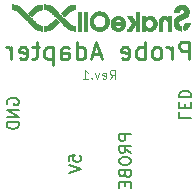
<source format=gbr>
%TF.GenerationSoftware,KiCad,Pcbnew,5.1.9+dfsg1-1+deb11u1*%
%TF.CreationDate,2023-07-29T18:16:24+09:00*%
%TF.ProjectId,probe-adapter,70726f62-652d-4616-9461-707465722e6b,rev?*%
%TF.SameCoordinates,Original*%
%TF.FileFunction,Legend,Bot*%
%TF.FilePolarity,Positive*%
%FSLAX46Y46*%
G04 Gerber Fmt 4.6, Leading zero omitted, Abs format (unit mm)*
G04 Created by KiCad (PCBNEW 5.1.9+dfsg1-1+deb11u1) date 2023-07-29 18:16:24*
%MOMM*%
%LPD*%
G01*
G04 APERTURE LIST*
%ADD10C,0.100000*%
%ADD11C,0.250000*%
%ADD12C,0.150000*%
%ADD13C,0.010000*%
G04 APERTURE END LIST*
D10*
X182410714Y-111339285D02*
X182660714Y-110982142D01*
X182839285Y-111339285D02*
X182839285Y-110589285D01*
X182553571Y-110589285D01*
X182482142Y-110625000D01*
X182446428Y-110660714D01*
X182410714Y-110732142D01*
X182410714Y-110839285D01*
X182446428Y-110910714D01*
X182482142Y-110946428D01*
X182553571Y-110982142D01*
X182839285Y-110982142D01*
X181803571Y-111303571D02*
X181875000Y-111339285D01*
X182017857Y-111339285D01*
X182089285Y-111303571D01*
X182125000Y-111232142D01*
X182125000Y-110946428D01*
X182089285Y-110875000D01*
X182017857Y-110839285D01*
X181875000Y-110839285D01*
X181803571Y-110875000D01*
X181767857Y-110946428D01*
X181767857Y-111017857D01*
X182125000Y-111089285D01*
X181517857Y-110839285D02*
X181339285Y-111339285D01*
X181160714Y-110839285D01*
X180875000Y-111267857D02*
X180839285Y-111303571D01*
X180875000Y-111339285D01*
X180910714Y-111303571D01*
X180875000Y-111267857D01*
X180875000Y-111339285D01*
X180125000Y-111339285D02*
X180553571Y-111339285D01*
X180339285Y-111339285D02*
X180339285Y-110589285D01*
X180410714Y-110696428D01*
X180482142Y-110767857D01*
X180553571Y-110803571D01*
D11*
X189142857Y-109678571D02*
X189142857Y-108178571D01*
X188571428Y-108178571D01*
X188428571Y-108250000D01*
X188357142Y-108321428D01*
X188285714Y-108464285D01*
X188285714Y-108678571D01*
X188357142Y-108821428D01*
X188428571Y-108892857D01*
X188571428Y-108964285D01*
X189142857Y-108964285D01*
X187642857Y-109678571D02*
X187642857Y-108678571D01*
X187642857Y-108964285D02*
X187571428Y-108821428D01*
X187500000Y-108750000D01*
X187357142Y-108678571D01*
X187214285Y-108678571D01*
X186500000Y-109678571D02*
X186642857Y-109607142D01*
X186714285Y-109535714D01*
X186785714Y-109392857D01*
X186785714Y-108964285D01*
X186714285Y-108821428D01*
X186642857Y-108750000D01*
X186500000Y-108678571D01*
X186285714Y-108678571D01*
X186142857Y-108750000D01*
X186071428Y-108821428D01*
X186000000Y-108964285D01*
X186000000Y-109392857D01*
X186071428Y-109535714D01*
X186142857Y-109607142D01*
X186285714Y-109678571D01*
X186500000Y-109678571D01*
X185357142Y-109678571D02*
X185357142Y-108178571D01*
X185357142Y-108750000D02*
X185214285Y-108678571D01*
X184928571Y-108678571D01*
X184785714Y-108750000D01*
X184714285Y-108821428D01*
X184642857Y-108964285D01*
X184642857Y-109392857D01*
X184714285Y-109535714D01*
X184785714Y-109607142D01*
X184928571Y-109678571D01*
X185214285Y-109678571D01*
X185357142Y-109607142D01*
X183428571Y-109607142D02*
X183571428Y-109678571D01*
X183857142Y-109678571D01*
X184000000Y-109607142D01*
X184071428Y-109464285D01*
X184071428Y-108892857D01*
X184000000Y-108750000D01*
X183857142Y-108678571D01*
X183571428Y-108678571D01*
X183428571Y-108750000D01*
X183357142Y-108892857D01*
X183357142Y-109035714D01*
X184071428Y-109178571D01*
X181642857Y-109250000D02*
X180928571Y-109250000D01*
X181785714Y-109678571D02*
X181285714Y-108178571D01*
X180785714Y-109678571D01*
X179642857Y-109678571D02*
X179642857Y-108178571D01*
X179642857Y-109607142D02*
X179785714Y-109678571D01*
X180071428Y-109678571D01*
X180214285Y-109607142D01*
X180285714Y-109535714D01*
X180357142Y-109392857D01*
X180357142Y-108964285D01*
X180285714Y-108821428D01*
X180214285Y-108750000D01*
X180071428Y-108678571D01*
X179785714Y-108678571D01*
X179642857Y-108750000D01*
X178285714Y-109678571D02*
X178285714Y-108892857D01*
X178357142Y-108750000D01*
X178500000Y-108678571D01*
X178785714Y-108678571D01*
X178928571Y-108750000D01*
X178285714Y-109607142D02*
X178428571Y-109678571D01*
X178785714Y-109678571D01*
X178928571Y-109607142D01*
X179000000Y-109464285D01*
X179000000Y-109321428D01*
X178928571Y-109178571D01*
X178785714Y-109107142D01*
X178428571Y-109107142D01*
X178285714Y-109035714D01*
X177571428Y-108678571D02*
X177571428Y-110178571D01*
X177571428Y-108750000D02*
X177428571Y-108678571D01*
X177142857Y-108678571D01*
X177000000Y-108750000D01*
X176928571Y-108821428D01*
X176857142Y-108964285D01*
X176857142Y-109392857D01*
X176928571Y-109535714D01*
X177000000Y-109607142D01*
X177142857Y-109678571D01*
X177428571Y-109678571D01*
X177571428Y-109607142D01*
X176428571Y-108678571D02*
X175857142Y-108678571D01*
X176214285Y-108178571D02*
X176214285Y-109464285D01*
X176142857Y-109607142D01*
X176000000Y-109678571D01*
X175857142Y-109678571D01*
X174785714Y-109607142D02*
X174928571Y-109678571D01*
X175214285Y-109678571D01*
X175357142Y-109607142D01*
X175428571Y-109464285D01*
X175428571Y-108892857D01*
X175357142Y-108750000D01*
X175214285Y-108678571D01*
X174928571Y-108678571D01*
X174785714Y-108750000D01*
X174714285Y-108892857D01*
X174714285Y-109035714D01*
X175428571Y-109178571D01*
X174071428Y-109678571D02*
X174071428Y-108678571D01*
X174071428Y-108964285D02*
X174000000Y-108821428D01*
X173928571Y-108750000D01*
X173785714Y-108678571D01*
X173642857Y-108678571D01*
D12*
X184202380Y-116011904D02*
X183202380Y-116011904D01*
X183202380Y-116392857D01*
X183250000Y-116488095D01*
X183297619Y-116535714D01*
X183392857Y-116583333D01*
X183535714Y-116583333D01*
X183630952Y-116535714D01*
X183678571Y-116488095D01*
X183726190Y-116392857D01*
X183726190Y-116011904D01*
X184202380Y-117583333D02*
X183726190Y-117250000D01*
X184202380Y-117011904D02*
X183202380Y-117011904D01*
X183202380Y-117392857D01*
X183250000Y-117488095D01*
X183297619Y-117535714D01*
X183392857Y-117583333D01*
X183535714Y-117583333D01*
X183630952Y-117535714D01*
X183678571Y-117488095D01*
X183726190Y-117392857D01*
X183726190Y-117011904D01*
X183202380Y-118202380D02*
X183202380Y-118392857D01*
X183250000Y-118488095D01*
X183345238Y-118583333D01*
X183535714Y-118630952D01*
X183869047Y-118630952D01*
X184059523Y-118583333D01*
X184154761Y-118488095D01*
X184202380Y-118392857D01*
X184202380Y-118202380D01*
X184154761Y-118107142D01*
X184059523Y-118011904D01*
X183869047Y-117964285D01*
X183535714Y-117964285D01*
X183345238Y-118011904D01*
X183250000Y-118107142D01*
X183202380Y-118202380D01*
X183678571Y-119392857D02*
X183726190Y-119535714D01*
X183773809Y-119583333D01*
X183869047Y-119630952D01*
X184011904Y-119630952D01*
X184107142Y-119583333D01*
X184154761Y-119535714D01*
X184202380Y-119440476D01*
X184202380Y-119059523D01*
X183202380Y-119059523D01*
X183202380Y-119392857D01*
X183250000Y-119488095D01*
X183297619Y-119535714D01*
X183392857Y-119583333D01*
X183488095Y-119583333D01*
X183583333Y-119535714D01*
X183630952Y-119488095D01*
X183678571Y-119392857D01*
X183678571Y-119059523D01*
X183678571Y-120059523D02*
X183678571Y-120392857D01*
X184202380Y-120535714D02*
X184202380Y-120059523D01*
X183202380Y-120059523D01*
X183202380Y-120535714D01*
X188297619Y-114142857D02*
X188297619Y-114619047D01*
X189297619Y-114619047D01*
X188821428Y-113809523D02*
X188821428Y-113476190D01*
X188297619Y-113333333D02*
X188297619Y-113809523D01*
X189297619Y-113809523D01*
X189297619Y-113333333D01*
X188297619Y-112904761D02*
X189297619Y-112904761D01*
X189297619Y-112666666D01*
X189250000Y-112523809D01*
X189154761Y-112428571D01*
X189059523Y-112380952D01*
X188869047Y-112333333D01*
X188726190Y-112333333D01*
X188535714Y-112380952D01*
X188440476Y-112428571D01*
X188345238Y-112523809D01*
X188297619Y-112666666D01*
X188297619Y-112904761D01*
X178952380Y-118309523D02*
X178952380Y-117833333D01*
X179428571Y-117785714D01*
X179380952Y-117833333D01*
X179333333Y-117928571D01*
X179333333Y-118166666D01*
X179380952Y-118261904D01*
X179428571Y-118309523D01*
X179523809Y-118357142D01*
X179761904Y-118357142D01*
X179857142Y-118309523D01*
X179904761Y-118261904D01*
X179952380Y-118166666D01*
X179952380Y-117928571D01*
X179904761Y-117833333D01*
X179857142Y-117785714D01*
X178952380Y-118642857D02*
X179952380Y-118976190D01*
X178952380Y-119309523D01*
X173750000Y-113488095D02*
X173702380Y-113392857D01*
X173702380Y-113250000D01*
X173750000Y-113107142D01*
X173845238Y-113011904D01*
X173940476Y-112964285D01*
X174130952Y-112916666D01*
X174273809Y-112916666D01*
X174464285Y-112964285D01*
X174559523Y-113011904D01*
X174654761Y-113107142D01*
X174702380Y-113250000D01*
X174702380Y-113345238D01*
X174654761Y-113488095D01*
X174607142Y-113535714D01*
X174273809Y-113535714D01*
X174273809Y-113345238D01*
X174702380Y-113964285D02*
X173702380Y-113964285D01*
X174702380Y-114535714D01*
X173702380Y-114535714D01*
X174702380Y-115011904D02*
X173702380Y-115011904D01*
X173702380Y-115250000D01*
X173750000Y-115392857D01*
X173845238Y-115488095D01*
X173940476Y-115535714D01*
X174130952Y-115583333D01*
X174273809Y-115583333D01*
X174464285Y-115535714D01*
X174559523Y-115488095D01*
X174654761Y-115392857D01*
X174702380Y-115250000D01*
X174702380Y-115011904D01*
D13*
%TO.C,G\u002A\u002A\u002A*%
G36*
X180217300Y-105923800D02*
G01*
X180503303Y-105923800D01*
X180501589Y-105788862D01*
X180499875Y-105653925D01*
X180358588Y-105652216D01*
X180217300Y-105650507D01*
X180217300Y-105923800D01*
G37*
X180217300Y-105923800D02*
X180503303Y-105923800D01*
X180501589Y-105788862D01*
X180499875Y-105653925D01*
X180358588Y-105652216D01*
X180217300Y-105650507D01*
X180217300Y-105923800D01*
G36*
X176656538Y-105041186D02*
G01*
X176625924Y-105042123D01*
X176594033Y-105044534D01*
X176569225Y-105047682D01*
X176543420Y-105051794D01*
X176518276Y-105055382D01*
X176505725Y-105056933D01*
X176488532Y-105059838D01*
X176462561Y-105065428D01*
X176431233Y-105072864D01*
X176397973Y-105081306D01*
X176366201Y-105089913D01*
X176340625Y-105097445D01*
X176312909Y-105107237D01*
X176277606Y-105121443D01*
X176238369Y-105138564D01*
X176219975Y-105147018D01*
X176203286Y-105155289D01*
X176180832Y-105167032D01*
X176155578Y-105180621D01*
X176130492Y-105194428D01*
X176108539Y-105206825D01*
X176092686Y-105216184D01*
X176086625Y-105220197D01*
X176079090Y-105225869D01*
X176063759Y-105237213D01*
X176043094Y-105252413D01*
X176026300Y-105264719D01*
X176008291Y-105279207D01*
X175982174Y-105302145D01*
X175948670Y-105332854D01*
X175908499Y-105370655D01*
X175862381Y-105414868D01*
X175811037Y-105464814D01*
X175755188Y-105519812D01*
X175741108Y-105533774D01*
X175509890Y-105763335D01*
X175657686Y-105910242D01*
X175693176Y-105945475D01*
X175725658Y-105977636D01*
X175754074Y-106005684D01*
X175777364Y-106028578D01*
X175794468Y-106045275D01*
X175804329Y-106054733D01*
X175806354Y-106056504D01*
X175810849Y-106051999D01*
X175823382Y-106039347D01*
X175843069Y-106019442D01*
X175869029Y-105993177D01*
X175900378Y-105961447D01*
X175936233Y-105925143D01*
X175975712Y-105885160D01*
X176013600Y-105846779D01*
X176070829Y-105789014D01*
X176120309Y-105739616D01*
X176163020Y-105697727D01*
X176199939Y-105662489D01*
X176232047Y-105633045D01*
X176260323Y-105608536D01*
X176285746Y-105588104D01*
X176309294Y-105570891D01*
X176331948Y-105556038D01*
X176354687Y-105542689D01*
X176370181Y-105534303D01*
X176437419Y-105502593D01*
X176503025Y-105479830D01*
X176571332Y-105464805D01*
X176646675Y-105456306D01*
X176650188Y-105456065D01*
X176705750Y-105452346D01*
X176705750Y-105041150D01*
X176656538Y-105041186D01*
G37*
X176656538Y-105041186D02*
X176625924Y-105042123D01*
X176594033Y-105044534D01*
X176569225Y-105047682D01*
X176543420Y-105051794D01*
X176518276Y-105055382D01*
X176505725Y-105056933D01*
X176488532Y-105059838D01*
X176462561Y-105065428D01*
X176431233Y-105072864D01*
X176397973Y-105081306D01*
X176366201Y-105089913D01*
X176340625Y-105097445D01*
X176312909Y-105107237D01*
X176277606Y-105121443D01*
X176238369Y-105138564D01*
X176219975Y-105147018D01*
X176203286Y-105155289D01*
X176180832Y-105167032D01*
X176155578Y-105180621D01*
X176130492Y-105194428D01*
X176108539Y-105206825D01*
X176092686Y-105216184D01*
X176086625Y-105220197D01*
X176079090Y-105225869D01*
X176063759Y-105237213D01*
X176043094Y-105252413D01*
X176026300Y-105264719D01*
X176008291Y-105279207D01*
X175982174Y-105302145D01*
X175948670Y-105332854D01*
X175908499Y-105370655D01*
X175862381Y-105414868D01*
X175811037Y-105464814D01*
X175755188Y-105519812D01*
X175741108Y-105533774D01*
X175509890Y-105763335D01*
X175657686Y-105910242D01*
X175693176Y-105945475D01*
X175725658Y-105977636D01*
X175754074Y-106005684D01*
X175777364Y-106028578D01*
X175794468Y-106045275D01*
X175804329Y-106054733D01*
X175806354Y-106056504D01*
X175810849Y-106051999D01*
X175823382Y-106039347D01*
X175843069Y-106019442D01*
X175869029Y-105993177D01*
X175900378Y-105961447D01*
X175936233Y-105925143D01*
X175975712Y-105885160D01*
X176013600Y-105846779D01*
X176070829Y-105789014D01*
X176120309Y-105739616D01*
X176163020Y-105697727D01*
X176199939Y-105662489D01*
X176232047Y-105633045D01*
X176260323Y-105608536D01*
X176285746Y-105588104D01*
X176309294Y-105570891D01*
X176331948Y-105556038D01*
X176354687Y-105542689D01*
X176370181Y-105534303D01*
X176437419Y-105502593D01*
X176503025Y-105479830D01*
X176571332Y-105464805D01*
X176646675Y-105456306D01*
X176650188Y-105456065D01*
X176705750Y-105452346D01*
X176705750Y-105041150D01*
X176656538Y-105041186D01*
G36*
X179418788Y-105041186D02*
G01*
X179388174Y-105042123D01*
X179356283Y-105044534D01*
X179331475Y-105047682D01*
X179305670Y-105051794D01*
X179280526Y-105055382D01*
X179267975Y-105056933D01*
X179250782Y-105059838D01*
X179224811Y-105065428D01*
X179193483Y-105072864D01*
X179160223Y-105081306D01*
X179128451Y-105089913D01*
X179102875Y-105097445D01*
X179075159Y-105107237D01*
X179039856Y-105121443D01*
X179000619Y-105138564D01*
X178982225Y-105147018D01*
X178965536Y-105155289D01*
X178943082Y-105167032D01*
X178917828Y-105180621D01*
X178892742Y-105194428D01*
X178870789Y-105206825D01*
X178854936Y-105216184D01*
X178848875Y-105220197D01*
X178841340Y-105225869D01*
X178826009Y-105237213D01*
X178805344Y-105252413D01*
X178788550Y-105264719D01*
X178770541Y-105279207D01*
X178744424Y-105302145D01*
X178710920Y-105332854D01*
X178670749Y-105370655D01*
X178624631Y-105414868D01*
X178573287Y-105464814D01*
X178517438Y-105519812D01*
X178503358Y-105533774D01*
X178272140Y-105763335D01*
X178419936Y-105910242D01*
X178455426Y-105945475D01*
X178487908Y-105977636D01*
X178516324Y-106005684D01*
X178539614Y-106028578D01*
X178556718Y-106045275D01*
X178566579Y-106054733D01*
X178568604Y-106056504D01*
X178573099Y-106051999D01*
X178585632Y-106039347D01*
X178605319Y-106019442D01*
X178631279Y-105993177D01*
X178662628Y-105961447D01*
X178698483Y-105925143D01*
X178737962Y-105885160D01*
X178775850Y-105846779D01*
X178833079Y-105789014D01*
X178882559Y-105739616D01*
X178925270Y-105697727D01*
X178962189Y-105662489D01*
X178994297Y-105633045D01*
X179022573Y-105608536D01*
X179047996Y-105588104D01*
X179071544Y-105570891D01*
X179094198Y-105556038D01*
X179116937Y-105542689D01*
X179132431Y-105534303D01*
X179199669Y-105502593D01*
X179265275Y-105479830D01*
X179333582Y-105464805D01*
X179408925Y-105456306D01*
X179412438Y-105456065D01*
X179468000Y-105452346D01*
X179468000Y-105041150D01*
X179418788Y-105041186D01*
G37*
X179418788Y-105041186D02*
X179388174Y-105042123D01*
X179356283Y-105044534D01*
X179331475Y-105047682D01*
X179305670Y-105051794D01*
X179280526Y-105055382D01*
X179267975Y-105056933D01*
X179250782Y-105059838D01*
X179224811Y-105065428D01*
X179193483Y-105072864D01*
X179160223Y-105081306D01*
X179128451Y-105089913D01*
X179102875Y-105097445D01*
X179075159Y-105107237D01*
X179039856Y-105121443D01*
X179000619Y-105138564D01*
X178982225Y-105147018D01*
X178965536Y-105155289D01*
X178943082Y-105167032D01*
X178917828Y-105180621D01*
X178892742Y-105194428D01*
X178870789Y-105206825D01*
X178854936Y-105216184D01*
X178848875Y-105220197D01*
X178841340Y-105225869D01*
X178826009Y-105237213D01*
X178805344Y-105252413D01*
X178788550Y-105264719D01*
X178770541Y-105279207D01*
X178744424Y-105302145D01*
X178710920Y-105332854D01*
X178670749Y-105370655D01*
X178624631Y-105414868D01*
X178573287Y-105464814D01*
X178517438Y-105519812D01*
X178503358Y-105533774D01*
X178272140Y-105763335D01*
X178419936Y-105910242D01*
X178455426Y-105945475D01*
X178487908Y-105977636D01*
X178516324Y-106005684D01*
X178539614Y-106028578D01*
X178556718Y-106045275D01*
X178566579Y-106054733D01*
X178568604Y-106056504D01*
X178573099Y-106051999D01*
X178585632Y-106039347D01*
X178605319Y-106019442D01*
X178631279Y-105993177D01*
X178662628Y-105961447D01*
X178698483Y-105925143D01*
X178737962Y-105885160D01*
X178775850Y-105846779D01*
X178833079Y-105789014D01*
X178882559Y-105739616D01*
X178925270Y-105697727D01*
X178962189Y-105662489D01*
X178994297Y-105633045D01*
X179022573Y-105608536D01*
X179047996Y-105588104D01*
X179071544Y-105570891D01*
X179094198Y-105556038D01*
X179116937Y-105542689D01*
X179132431Y-105534303D01*
X179199669Y-105502593D01*
X179265275Y-105479830D01*
X179333582Y-105464805D01*
X179408925Y-105456306D01*
X179412438Y-105456065D01*
X179468000Y-105452346D01*
X179468000Y-105041150D01*
X179418788Y-105041186D01*
G36*
X188769171Y-106620712D02*
G01*
X188767535Y-106636429D01*
X188767214Y-106645426D01*
X188767374Y-106646067D01*
X188773707Y-106648066D01*
X188788600Y-106651476D01*
X188799810Y-106653771D01*
X188823630Y-106658613D01*
X188852396Y-106664665D01*
X188872350Y-106668975D01*
X188931196Y-106681881D01*
X188979144Y-106692428D01*
X189017708Y-106700954D01*
X189048399Y-106707795D01*
X189072732Y-106713288D01*
X189092218Y-106717771D01*
X189105431Y-106720878D01*
X189132512Y-106726944D01*
X189149829Y-106729503D01*
X189159842Y-106728484D01*
X189165013Y-106723818D01*
X189166844Y-106719137D01*
X189171159Y-106700885D01*
X189175772Y-106676143D01*
X189179886Y-106649892D01*
X189182708Y-106627109D01*
X189183500Y-106614783D01*
X189183500Y-106596900D01*
X188772140Y-106596900D01*
X188769171Y-106620712D01*
G37*
X188769171Y-106620712D02*
X188767535Y-106636429D01*
X188767214Y-106645426D01*
X188767374Y-106646067D01*
X188773707Y-106648066D01*
X188788600Y-106651476D01*
X188799810Y-106653771D01*
X188823630Y-106658613D01*
X188852396Y-106664665D01*
X188872350Y-106668975D01*
X188931196Y-106681881D01*
X188979144Y-106692428D01*
X189017708Y-106700954D01*
X189048399Y-106707795D01*
X189072732Y-106713288D01*
X189092218Y-106717771D01*
X189105431Y-106720878D01*
X189132512Y-106726944D01*
X189149829Y-106729503D01*
X189159842Y-106728484D01*
X189165013Y-106723818D01*
X189166844Y-106719137D01*
X189171159Y-106700885D01*
X189175772Y-106676143D01*
X189179886Y-106649892D01*
X189182708Y-106627109D01*
X189183500Y-106614783D01*
X189183500Y-106596900D01*
X188772140Y-106596900D01*
X188769171Y-106620712D01*
G36*
X188759082Y-106696546D02*
G01*
X188751560Y-106701695D01*
X188745406Y-106711335D01*
X188738459Y-106725640D01*
X188738253Y-106726067D01*
X188721683Y-106760307D01*
X188877979Y-106868021D01*
X188917615Y-106895312D01*
X188954030Y-106920336D01*
X188985865Y-106942163D01*
X189011761Y-106959865D01*
X189030360Y-106972511D01*
X189040303Y-106979171D01*
X189041438Y-106979888D01*
X189048340Y-106976970D01*
X189059886Y-106964580D01*
X189074576Y-106944362D01*
X189076613Y-106941283D01*
X189109547Y-106886306D01*
X189134102Y-106835090D01*
X189138120Y-106824898D01*
X189140570Y-106817159D01*
X189139603Y-106811522D01*
X189133190Y-106806669D01*
X189119301Y-106801279D01*
X189095907Y-106794037D01*
X189086131Y-106791127D01*
X189058828Y-106782940D01*
X189034558Y-106775528D01*
X189017010Y-106770023D01*
X189012050Y-106768389D01*
X188998296Y-106763969D01*
X188976716Y-106757353D01*
X188951684Y-106749879D01*
X188948550Y-106748956D01*
X188918694Y-106740004D01*
X188883673Y-106729235D01*
X188850391Y-106718775D01*
X188846066Y-106717393D01*
X188811463Y-106706313D01*
X188786873Y-106699029D01*
X188770132Y-106695716D01*
X188759082Y-106696546D01*
G37*
X188759082Y-106696546D02*
X188751560Y-106701695D01*
X188745406Y-106711335D01*
X188738459Y-106725640D01*
X188738253Y-106726067D01*
X188721683Y-106760307D01*
X188877979Y-106868021D01*
X188917615Y-106895312D01*
X188954030Y-106920336D01*
X188985865Y-106942163D01*
X189011761Y-106959865D01*
X189030360Y-106972511D01*
X189040303Y-106979171D01*
X189041438Y-106979888D01*
X189048340Y-106976970D01*
X189059886Y-106964580D01*
X189074576Y-106944362D01*
X189076613Y-106941283D01*
X189109547Y-106886306D01*
X189134102Y-106835090D01*
X189138120Y-106824898D01*
X189140570Y-106817159D01*
X189139603Y-106811522D01*
X189133190Y-106806669D01*
X189119301Y-106801279D01*
X189095907Y-106794037D01*
X189086131Y-106791127D01*
X189058828Y-106782940D01*
X189034558Y-106775528D01*
X189017010Y-106770023D01*
X189012050Y-106768389D01*
X188998296Y-106763969D01*
X188976716Y-106757353D01*
X188951684Y-106749879D01*
X188948550Y-106748956D01*
X188918694Y-106740004D01*
X188883673Y-106729235D01*
X188850391Y-106718775D01*
X188846066Y-106717393D01*
X188811463Y-106706313D01*
X188786873Y-106699029D01*
X188770132Y-106695716D01*
X188759082Y-106696546D01*
G36*
X188668928Y-106812231D02*
G01*
X188648532Y-106825223D01*
X188627852Y-106835715D01*
X188620840Y-106838426D01*
X188606543Y-106844194D01*
X188601293Y-106851732D01*
X188602114Y-106866004D01*
X188602559Y-106868915D01*
X188606261Y-106891243D01*
X188611732Y-106922465D01*
X188618325Y-106959004D01*
X188625391Y-106997288D01*
X188632284Y-107033740D01*
X188634374Y-107044575D01*
X188639401Y-107071154D01*
X188645549Y-107104654D01*
X188651796Y-107139476D01*
X188654372Y-107154112D01*
X188660266Y-107185091D01*
X188665375Y-107205104D01*
X188670238Y-107215816D01*
X188675384Y-107218890D01*
X188685575Y-107216755D01*
X188704233Y-107211345D01*
X188727877Y-107203694D01*
X188735825Y-107200975D01*
X188818891Y-107166333D01*
X188896097Y-107122390D01*
X188961250Y-107073699D01*
X188983475Y-107054728D01*
X188967600Y-107039617D01*
X188950730Y-107023748D01*
X188927829Y-107002478D01*
X188900483Y-106977251D01*
X188870271Y-106949509D01*
X188838777Y-106920697D01*
X188807584Y-106892257D01*
X188778273Y-106865633D01*
X188752426Y-106842268D01*
X188731627Y-106823606D01*
X188717456Y-106811090D01*
X188712292Y-106806729D01*
X188695108Y-106793266D01*
X188668928Y-106812231D01*
G37*
X188668928Y-106812231D02*
X188648532Y-106825223D01*
X188627852Y-106835715D01*
X188620840Y-106838426D01*
X188606543Y-106844194D01*
X188601293Y-106851732D01*
X188602114Y-106866004D01*
X188602559Y-106868915D01*
X188606261Y-106891243D01*
X188611732Y-106922465D01*
X188618325Y-106959004D01*
X188625391Y-106997288D01*
X188632284Y-107033740D01*
X188634374Y-107044575D01*
X188639401Y-107071154D01*
X188645549Y-107104654D01*
X188651796Y-107139476D01*
X188654372Y-107154112D01*
X188660266Y-107185091D01*
X188665375Y-107205104D01*
X188670238Y-107215816D01*
X188675384Y-107218890D01*
X188685575Y-107216755D01*
X188704233Y-107211345D01*
X188727877Y-107203694D01*
X188735825Y-107200975D01*
X188818891Y-107166333D01*
X188896097Y-107122390D01*
X188961250Y-107073699D01*
X188983475Y-107054728D01*
X188967600Y-107039617D01*
X188950730Y-107023748D01*
X188927829Y-107002478D01*
X188900483Y-106977251D01*
X188870271Y-106949509D01*
X188838777Y-106920697D01*
X188807584Y-106892257D01*
X188778273Y-106865633D01*
X188752426Y-106842268D01*
X188731627Y-106823606D01*
X188717456Y-106811090D01*
X188712292Y-106806729D01*
X188695108Y-106793266D01*
X188668928Y-106812231D01*
G36*
X179702950Y-107244600D02*
G01*
X179988750Y-107244600D01*
X179987138Y-106449262D01*
X179985525Y-105653925D01*
X179844238Y-105652216D01*
X179702950Y-105650507D01*
X179702950Y-107244600D01*
G37*
X179702950Y-107244600D02*
X179988750Y-107244600D01*
X179987138Y-106449262D01*
X179985525Y-105653925D01*
X179844238Y-105652216D01*
X179702950Y-105650507D01*
X179702950Y-107244600D01*
G36*
X180217300Y-107244600D02*
G01*
X180503050Y-107244600D01*
X180503050Y-106050800D01*
X180217300Y-106050800D01*
X180217300Y-107244600D01*
G37*
X180217300Y-107244600D02*
X180503050Y-107244600D01*
X180503050Y-106050800D01*
X180217300Y-106050800D01*
X180217300Y-107244600D01*
G36*
X184627375Y-106605028D02*
G01*
X184566072Y-106513651D01*
X184546190Y-106484104D01*
X184520753Y-106446434D01*
X184491364Y-106403009D01*
X184459627Y-106356196D01*
X184427145Y-106308363D01*
X184395522Y-106261875D01*
X184392321Y-106257175D01*
X184364028Y-106215568D01*
X184337533Y-106176478D01*
X184313823Y-106141373D01*
X184293887Y-106111722D01*
X184278714Y-106088992D01*
X184269292Y-106074651D01*
X184267260Y-106071437D01*
X184254646Y-106050800D01*
X184083294Y-106050800D01*
X184028146Y-106051024D01*
X183983177Y-106051685D01*
X183948953Y-106052761D01*
X183926039Y-106054232D01*
X183915001Y-106056075D01*
X183914059Y-106057021D01*
X183918258Y-106063683D01*
X183928933Y-106079098D01*
X183945034Y-106101791D01*
X183965507Y-106130289D01*
X183989302Y-106163116D01*
X184008032Y-106188784D01*
X184066631Y-106268890D01*
X184119835Y-106341656D01*
X184167377Y-106406717D01*
X184208990Y-106463708D01*
X184244407Y-106512262D01*
X184273360Y-106552013D01*
X184295584Y-106582595D01*
X184310812Y-106603643D01*
X184318460Y-106614340D01*
X184332933Y-106634955D01*
X184242029Y-106746933D01*
X184208420Y-106788319D01*
X184170604Y-106834862D01*
X184131692Y-106882732D01*
X184094797Y-106928101D01*
X184065226Y-106964443D01*
X184016900Y-107023828D01*
X183976002Y-107074119D01*
X183941932Y-107116065D01*
X183914090Y-107150414D01*
X183891876Y-107177912D01*
X183874690Y-107199308D01*
X183861931Y-107215350D01*
X183853000Y-107226784D01*
X183847296Y-107234358D01*
X183844220Y-107238821D01*
X183843170Y-107240919D01*
X183843150Y-107241096D01*
X183849243Y-107241966D01*
X183866489Y-107242750D01*
X183893344Y-107243419D01*
X183928262Y-107243947D01*
X183969697Y-107244307D01*
X184016103Y-107244472D01*
X184035238Y-107244477D01*
X184227325Y-107244354D01*
X184304151Y-107138114D01*
X184331930Y-107099754D01*
X184363827Y-107055800D01*
X184398500Y-107008093D01*
X184434606Y-106958476D01*
X184470802Y-106908791D01*
X184505747Y-106860880D01*
X184538098Y-106816584D01*
X184566512Y-106777746D01*
X184589647Y-106746209D01*
X184600744Y-106731138D01*
X184630550Y-106690752D01*
X184630550Y-107244600D01*
X184916300Y-107244600D01*
X184916300Y-105650750D01*
X184630631Y-105650750D01*
X184627375Y-106605028D01*
G37*
X184627375Y-106605028D02*
X184566072Y-106513651D01*
X184546190Y-106484104D01*
X184520753Y-106446434D01*
X184491364Y-106403009D01*
X184459627Y-106356196D01*
X184427145Y-106308363D01*
X184395522Y-106261875D01*
X184392321Y-106257175D01*
X184364028Y-106215568D01*
X184337533Y-106176478D01*
X184313823Y-106141373D01*
X184293887Y-106111722D01*
X184278714Y-106088992D01*
X184269292Y-106074651D01*
X184267260Y-106071437D01*
X184254646Y-106050800D01*
X184083294Y-106050800D01*
X184028146Y-106051024D01*
X183983177Y-106051685D01*
X183948953Y-106052761D01*
X183926039Y-106054232D01*
X183915001Y-106056075D01*
X183914059Y-106057021D01*
X183918258Y-106063683D01*
X183928933Y-106079098D01*
X183945034Y-106101791D01*
X183965507Y-106130289D01*
X183989302Y-106163116D01*
X184008032Y-106188784D01*
X184066631Y-106268890D01*
X184119835Y-106341656D01*
X184167377Y-106406717D01*
X184208990Y-106463708D01*
X184244407Y-106512262D01*
X184273360Y-106552013D01*
X184295584Y-106582595D01*
X184310812Y-106603643D01*
X184318460Y-106614340D01*
X184332933Y-106634955D01*
X184242029Y-106746933D01*
X184208420Y-106788319D01*
X184170604Y-106834862D01*
X184131692Y-106882732D01*
X184094797Y-106928101D01*
X184065226Y-106964443D01*
X184016900Y-107023828D01*
X183976002Y-107074119D01*
X183941932Y-107116065D01*
X183914090Y-107150414D01*
X183891876Y-107177912D01*
X183874690Y-107199308D01*
X183861931Y-107215350D01*
X183853000Y-107226784D01*
X183847296Y-107234358D01*
X183844220Y-107238821D01*
X183843170Y-107240919D01*
X183843150Y-107241096D01*
X183849243Y-107241966D01*
X183866489Y-107242750D01*
X183893344Y-107243419D01*
X183928262Y-107243947D01*
X183969697Y-107244307D01*
X184016103Y-107244472D01*
X184035238Y-107244477D01*
X184227325Y-107244354D01*
X184304151Y-107138114D01*
X184331930Y-107099754D01*
X184363827Y-107055800D01*
X184398500Y-107008093D01*
X184434606Y-106958476D01*
X184470802Y-106908791D01*
X184505747Y-106860880D01*
X184538098Y-106816584D01*
X184566512Y-106777746D01*
X184589647Y-106746209D01*
X184600744Y-106731138D01*
X184630550Y-106690752D01*
X184630550Y-107244600D01*
X184916300Y-107244600D01*
X184916300Y-105650750D01*
X184630631Y-105650750D01*
X184627375Y-106605028D01*
G36*
X186974595Y-106029444D02*
G01*
X186944176Y-106030008D01*
X186920983Y-106031332D01*
X186902278Y-106033713D01*
X186885325Y-106037448D01*
X186867387Y-106042833D01*
X186856225Y-106046567D01*
X186813576Y-106062320D01*
X186779330Y-106078213D01*
X186749358Y-106096454D01*
X186719534Y-106119255D01*
X186717859Y-106120650D01*
X186678191Y-106157554D01*
X186646104Y-106196542D01*
X186620095Y-106240179D01*
X186598662Y-106291032D01*
X186580303Y-106351668D01*
X186578475Y-106358775D01*
X186575896Y-106369505D01*
X186573672Y-106380543D01*
X186571769Y-106392910D01*
X186570152Y-106407626D01*
X186568787Y-106425711D01*
X186567639Y-106448185D01*
X186566675Y-106476069D01*
X186565859Y-106510382D01*
X186565159Y-106552144D01*
X186564538Y-106602377D01*
X186563964Y-106662099D01*
X186563402Y-106732332D01*
X186562817Y-106814095D01*
X186562727Y-106827087D01*
X186559859Y-107244600D01*
X186846700Y-107244600D01*
X186846756Y-106950912D01*
X186846971Y-106853818D01*
X186847652Y-106768514D01*
X186848913Y-106694092D01*
X186850871Y-106629646D01*
X186853640Y-106574270D01*
X186857334Y-106527058D01*
X186862069Y-106487103D01*
X186867959Y-106453499D01*
X186875119Y-106425340D01*
X186883664Y-106401720D01*
X186893708Y-106381731D01*
X186905367Y-106364469D01*
X186918755Y-106349026D01*
X186923631Y-106344117D01*
X186959464Y-106317577D01*
X187002016Y-106299905D01*
X187048971Y-106291048D01*
X187098010Y-106290951D01*
X187146815Y-106299562D01*
X187193068Y-106316826D01*
X187234453Y-106342689D01*
X187244978Y-106351579D01*
X187275508Y-106387333D01*
X187299438Y-106432967D01*
X187316113Y-106487141D01*
X187319546Y-106504527D01*
X187321782Y-106519447D01*
X187323664Y-106537184D01*
X187325221Y-106558853D01*
X187326480Y-106585569D01*
X187327468Y-106618447D01*
X187328212Y-106658602D01*
X187328740Y-106707149D01*
X187329079Y-106765204D01*
X187329256Y-106833881D01*
X187329300Y-106902531D01*
X187329300Y-107244600D01*
X187471117Y-107244600D01*
X187512333Y-107244418D01*
X187549218Y-107243909D01*
X187579901Y-107243126D01*
X187602511Y-107242125D01*
X187615178Y-107240959D01*
X187617167Y-107240366D01*
X187617779Y-107233542D01*
X187618364Y-107214905D01*
X187618916Y-107185345D01*
X187619429Y-107145751D01*
X187619897Y-107097009D01*
X187620313Y-107040008D01*
X187620671Y-106975638D01*
X187620965Y-106904785D01*
X187621189Y-106828339D01*
X187621335Y-106747187D01*
X187621398Y-106662218D01*
X187621400Y-106643340D01*
X187621400Y-106050547D01*
X187486463Y-106052261D01*
X187351525Y-106053975D01*
X187349687Y-106106022D01*
X187347848Y-106158070D01*
X187306628Y-106125217D01*
X187252041Y-106086201D01*
X187198057Y-106057190D01*
X187161025Y-106042543D01*
X187144801Y-106037533D01*
X187128113Y-106033953D01*
X187108420Y-106031573D01*
X187083183Y-106030165D01*
X187049860Y-106029498D01*
X187014975Y-106029343D01*
X186974595Y-106029444D01*
G37*
X186974595Y-106029444D02*
X186944176Y-106030008D01*
X186920983Y-106031332D01*
X186902278Y-106033713D01*
X186885325Y-106037448D01*
X186867387Y-106042833D01*
X186856225Y-106046567D01*
X186813576Y-106062320D01*
X186779330Y-106078213D01*
X186749358Y-106096454D01*
X186719534Y-106119255D01*
X186717859Y-106120650D01*
X186678191Y-106157554D01*
X186646104Y-106196542D01*
X186620095Y-106240179D01*
X186598662Y-106291032D01*
X186580303Y-106351668D01*
X186578475Y-106358775D01*
X186575896Y-106369505D01*
X186573672Y-106380543D01*
X186571769Y-106392910D01*
X186570152Y-106407626D01*
X186568787Y-106425711D01*
X186567639Y-106448185D01*
X186566675Y-106476069D01*
X186565859Y-106510382D01*
X186565159Y-106552144D01*
X186564538Y-106602377D01*
X186563964Y-106662099D01*
X186563402Y-106732332D01*
X186562817Y-106814095D01*
X186562727Y-106827087D01*
X186559859Y-107244600D01*
X186846700Y-107244600D01*
X186846756Y-106950912D01*
X186846971Y-106853818D01*
X186847652Y-106768514D01*
X186848913Y-106694092D01*
X186850871Y-106629646D01*
X186853640Y-106574270D01*
X186857334Y-106527058D01*
X186862069Y-106487103D01*
X186867959Y-106453499D01*
X186875119Y-106425340D01*
X186883664Y-106401720D01*
X186893708Y-106381731D01*
X186905367Y-106364469D01*
X186918755Y-106349026D01*
X186923631Y-106344117D01*
X186959464Y-106317577D01*
X187002016Y-106299905D01*
X187048971Y-106291048D01*
X187098010Y-106290951D01*
X187146815Y-106299562D01*
X187193068Y-106316826D01*
X187234453Y-106342689D01*
X187244978Y-106351579D01*
X187275508Y-106387333D01*
X187299438Y-106432967D01*
X187316113Y-106487141D01*
X187319546Y-106504527D01*
X187321782Y-106519447D01*
X187323664Y-106537184D01*
X187325221Y-106558853D01*
X187326480Y-106585569D01*
X187327468Y-106618447D01*
X187328212Y-106658602D01*
X187328740Y-106707149D01*
X187329079Y-106765204D01*
X187329256Y-106833881D01*
X187329300Y-106902531D01*
X187329300Y-107244600D01*
X187471117Y-107244600D01*
X187512333Y-107244418D01*
X187549218Y-107243909D01*
X187579901Y-107243126D01*
X187602511Y-107242125D01*
X187615178Y-107240959D01*
X187617167Y-107240366D01*
X187617779Y-107233542D01*
X187618364Y-107214905D01*
X187618916Y-107185345D01*
X187619429Y-107145751D01*
X187619897Y-107097009D01*
X187620313Y-107040008D01*
X187620671Y-106975638D01*
X187620965Y-106904785D01*
X187621189Y-106828339D01*
X187621335Y-106747187D01*
X187621398Y-106662218D01*
X187621400Y-106643340D01*
X187621400Y-106050547D01*
X187486463Y-106052261D01*
X187351525Y-106053975D01*
X187349687Y-106106022D01*
X187347848Y-106158070D01*
X187306628Y-106125217D01*
X187252041Y-106086201D01*
X187198057Y-106057190D01*
X187161025Y-106042543D01*
X187144801Y-106037533D01*
X187128113Y-106033953D01*
X187108420Y-106031573D01*
X187083183Y-106030165D01*
X187049860Y-106029498D01*
X187014975Y-106029343D01*
X186974595Y-106029444D01*
G36*
X188440804Y-105057287D02*
G01*
X188397205Y-105059596D01*
X188359961Y-105063423D01*
X188332600Y-105068663D01*
X188243674Y-105098374D01*
X188164192Y-105136281D01*
X188093572Y-105182781D01*
X188031232Y-105238275D01*
X187976591Y-105303162D01*
X187963309Y-105322010D01*
X187931236Y-105376367D01*
X187905557Y-105436202D01*
X187885665Y-105503376D01*
X187870949Y-105579747D01*
X187865492Y-105620676D01*
X187861215Y-105657277D01*
X188066190Y-105655601D01*
X188271166Y-105653925D01*
X188279172Y-105614664D01*
X188292267Y-105566651D01*
X188310705Y-105527698D01*
X188335989Y-105494761D01*
X188340622Y-105489994D01*
X188376389Y-105462701D01*
X188418537Y-105444301D01*
X188464641Y-105434711D01*
X188512274Y-105433847D01*
X188559011Y-105441627D01*
X188602425Y-105457966D01*
X188640092Y-105482781D01*
X188658264Y-105500925D01*
X188667734Y-105514074D01*
X188679653Y-105533284D01*
X188686834Y-105545975D01*
X188694923Y-105562162D01*
X188700010Y-105577053D01*
X188702775Y-105594398D01*
X188703896Y-105617946D01*
X188704066Y-105641225D01*
X188703695Y-105671882D01*
X188702140Y-105693631D01*
X188698732Y-105710251D01*
X188692806Y-105725521D01*
X188687242Y-105736600D01*
X188666299Y-105767624D01*
X188637562Y-105798683D01*
X188605240Y-105825669D01*
X188579708Y-105841526D01*
X188562042Y-105849743D01*
X188536354Y-105860699D01*
X188506546Y-105872764D01*
X188485143Y-105881062D01*
X188454717Y-105892633D01*
X188425525Y-105903757D01*
X188401496Y-105912936D01*
X188389750Y-105917441D01*
X188371970Y-105924280D01*
X188346139Y-105934211D01*
X188316061Y-105945773D01*
X188292225Y-105954933D01*
X188211885Y-105988190D01*
X188142575Y-106022209D01*
X188082628Y-106057970D01*
X188030377Y-106096454D01*
X187990277Y-106132521D01*
X187933017Y-106197271D01*
X187887003Y-106267741D01*
X187852098Y-106344212D01*
X187828169Y-106426965D01*
X187817099Y-106495500D01*
X187813414Y-106583669D01*
X187821485Y-106671801D01*
X187840774Y-106758237D01*
X187870737Y-106841319D01*
X187910835Y-106919388D01*
X187960526Y-106990788D01*
X187989700Y-107024433D01*
X188047695Y-107080787D01*
X188108049Y-107127628D01*
X188172511Y-107165799D01*
X188242827Y-107196142D01*
X188320744Y-107219500D01*
X188408007Y-107236717D01*
X188438829Y-107241151D01*
X188455934Y-107242663D01*
X188464422Y-107240265D01*
X188468125Y-107232569D01*
X188468609Y-107230366D01*
X188469513Y-107220415D01*
X188470593Y-107199560D01*
X188471782Y-107169592D01*
X188473018Y-107132305D01*
X188474235Y-107089490D01*
X188475370Y-107042942D01*
X188475441Y-107039746D01*
X188476525Y-106986082D01*
X188477106Y-106943872D01*
X188477155Y-106911876D01*
X188476641Y-106888858D01*
X188475534Y-106873578D01*
X188473803Y-106864799D01*
X188471419Y-106861283D01*
X188471061Y-106861149D01*
X188460804Y-106859039D01*
X188442171Y-106855812D01*
X188421088Y-106852460D01*
X188367323Y-106838019D01*
X188318166Y-106812548D01*
X188275436Y-106777408D01*
X188240952Y-106733961D01*
X188225894Y-106706454D01*
X188217996Y-106688270D01*
X188213006Y-106671965D01*
X188210311Y-106653720D01*
X188209296Y-106629717D01*
X188209285Y-106603250D01*
X188211715Y-106555326D01*
X188218962Y-106515800D01*
X188232188Y-106480902D01*
X188252557Y-106446868D01*
X188261202Y-106434975D01*
X188275982Y-106417168D01*
X188293082Y-106400477D01*
X188313631Y-106384310D01*
X188338759Y-106368073D01*
X188369596Y-106351175D01*
X188407273Y-106333021D01*
X188452918Y-106313019D01*
X188507662Y-106290577D01*
X188572635Y-106265102D01*
X188618350Y-106247599D01*
X188689152Y-106219420D01*
X188749524Y-106192396D01*
X188801509Y-106165309D01*
X188847155Y-106136939D01*
X188888507Y-106106068D01*
X188927609Y-106071475D01*
X188948550Y-106050777D01*
X189002673Y-105986644D01*
X189045784Y-105916372D01*
X189077656Y-105840530D01*
X189098063Y-105759689D01*
X189106775Y-105674416D01*
X189107102Y-105653925D01*
X189101039Y-105567594D01*
X189083266Y-105485078D01*
X189054409Y-105407168D01*
X189015091Y-105334650D01*
X188965937Y-105268316D01*
X188907573Y-105208953D01*
X188840622Y-105157351D01*
X188765710Y-105114300D01*
X188683460Y-105080588D01*
X188643750Y-105068547D01*
X188615680Y-105063250D01*
X188578197Y-105059477D01*
X188534454Y-105057226D01*
X188487605Y-105056497D01*
X188440804Y-105057287D01*
G37*
X188440804Y-105057287D02*
X188397205Y-105059596D01*
X188359961Y-105063423D01*
X188332600Y-105068663D01*
X188243674Y-105098374D01*
X188164192Y-105136281D01*
X188093572Y-105182781D01*
X188031232Y-105238275D01*
X187976591Y-105303162D01*
X187963309Y-105322010D01*
X187931236Y-105376367D01*
X187905557Y-105436202D01*
X187885665Y-105503376D01*
X187870949Y-105579747D01*
X187865492Y-105620676D01*
X187861215Y-105657277D01*
X188066190Y-105655601D01*
X188271166Y-105653925D01*
X188279172Y-105614664D01*
X188292267Y-105566651D01*
X188310705Y-105527698D01*
X188335989Y-105494761D01*
X188340622Y-105489994D01*
X188376389Y-105462701D01*
X188418537Y-105444301D01*
X188464641Y-105434711D01*
X188512274Y-105433847D01*
X188559011Y-105441627D01*
X188602425Y-105457966D01*
X188640092Y-105482781D01*
X188658264Y-105500925D01*
X188667734Y-105514074D01*
X188679653Y-105533284D01*
X188686834Y-105545975D01*
X188694923Y-105562162D01*
X188700010Y-105577053D01*
X188702775Y-105594398D01*
X188703896Y-105617946D01*
X188704066Y-105641225D01*
X188703695Y-105671882D01*
X188702140Y-105693631D01*
X188698732Y-105710251D01*
X188692806Y-105725521D01*
X188687242Y-105736600D01*
X188666299Y-105767624D01*
X188637562Y-105798683D01*
X188605240Y-105825669D01*
X188579708Y-105841526D01*
X188562042Y-105849743D01*
X188536354Y-105860699D01*
X188506546Y-105872764D01*
X188485143Y-105881062D01*
X188454717Y-105892633D01*
X188425525Y-105903757D01*
X188401496Y-105912936D01*
X188389750Y-105917441D01*
X188371970Y-105924280D01*
X188346139Y-105934211D01*
X188316061Y-105945773D01*
X188292225Y-105954933D01*
X188211885Y-105988190D01*
X188142575Y-106022209D01*
X188082628Y-106057970D01*
X188030377Y-106096454D01*
X187990277Y-106132521D01*
X187933017Y-106197271D01*
X187887003Y-106267741D01*
X187852098Y-106344212D01*
X187828169Y-106426965D01*
X187817099Y-106495500D01*
X187813414Y-106583669D01*
X187821485Y-106671801D01*
X187840774Y-106758237D01*
X187870737Y-106841319D01*
X187910835Y-106919388D01*
X187960526Y-106990788D01*
X187989700Y-107024433D01*
X188047695Y-107080787D01*
X188108049Y-107127628D01*
X188172511Y-107165799D01*
X188242827Y-107196142D01*
X188320744Y-107219500D01*
X188408007Y-107236717D01*
X188438829Y-107241151D01*
X188455934Y-107242663D01*
X188464422Y-107240265D01*
X188468125Y-107232569D01*
X188468609Y-107230366D01*
X188469513Y-107220415D01*
X188470593Y-107199560D01*
X188471782Y-107169592D01*
X188473018Y-107132305D01*
X188474235Y-107089490D01*
X188475370Y-107042942D01*
X188475441Y-107039746D01*
X188476525Y-106986082D01*
X188477106Y-106943872D01*
X188477155Y-106911876D01*
X188476641Y-106888858D01*
X188475534Y-106873578D01*
X188473803Y-106864799D01*
X188471419Y-106861283D01*
X188471061Y-106861149D01*
X188460804Y-106859039D01*
X188442171Y-106855812D01*
X188421088Y-106852460D01*
X188367323Y-106838019D01*
X188318166Y-106812548D01*
X188275436Y-106777408D01*
X188240952Y-106733961D01*
X188225894Y-106706454D01*
X188217996Y-106688270D01*
X188213006Y-106671965D01*
X188210311Y-106653720D01*
X188209296Y-106629717D01*
X188209285Y-106603250D01*
X188211715Y-106555326D01*
X188218962Y-106515800D01*
X188232188Y-106480902D01*
X188252557Y-106446868D01*
X188261202Y-106434975D01*
X188275982Y-106417168D01*
X188293082Y-106400477D01*
X188313631Y-106384310D01*
X188338759Y-106368073D01*
X188369596Y-106351175D01*
X188407273Y-106333021D01*
X188452918Y-106313019D01*
X188507662Y-106290577D01*
X188572635Y-106265102D01*
X188618350Y-106247599D01*
X188689152Y-106219420D01*
X188749524Y-106192396D01*
X188801509Y-106165309D01*
X188847155Y-106136939D01*
X188888507Y-106106068D01*
X188927609Y-106071475D01*
X188948550Y-106050777D01*
X189002673Y-105986644D01*
X189045784Y-105916372D01*
X189077656Y-105840530D01*
X189098063Y-105759689D01*
X189106775Y-105674416D01*
X189107102Y-105653925D01*
X189101039Y-105567594D01*
X189083266Y-105485078D01*
X189054409Y-105407168D01*
X189015091Y-105334650D01*
X188965937Y-105268316D01*
X188907573Y-105208953D01*
X188840622Y-105157351D01*
X188765710Y-105114300D01*
X188683460Y-105080588D01*
X188643750Y-105068547D01*
X188615680Y-105063250D01*
X188578197Y-105059477D01*
X188534454Y-105057226D01*
X188487605Y-105056497D01*
X188440804Y-105057287D01*
G36*
X174116538Y-105040609D02*
G01*
X174114259Y-105043473D01*
X174112428Y-105052416D01*
X174111007Y-105068480D01*
X174109954Y-105092704D01*
X174109231Y-105126129D01*
X174108798Y-105169797D01*
X174108613Y-105224747D01*
X174108600Y-105247525D01*
X174108600Y-105453900D01*
X174159283Y-105453899D01*
X174239709Y-105459514D01*
X174321413Y-105475710D01*
X174401631Y-105501519D01*
X174477600Y-105535971D01*
X174546557Y-105578095D01*
X174575325Y-105599915D01*
X174581950Y-105606117D01*
X174597058Y-105620781D01*
X174620140Y-105643404D01*
X174650686Y-105673479D01*
X174688188Y-105710501D01*
X174732135Y-105753967D01*
X174782019Y-105803371D01*
X174837329Y-105858208D01*
X174897556Y-105917973D01*
X174962191Y-105982161D01*
X175030724Y-106050268D01*
X175102646Y-106121788D01*
X175177447Y-106196217D01*
X175254618Y-106273049D01*
X175270650Y-106289016D01*
X175365259Y-106383243D01*
X175451312Y-106468928D01*
X175529244Y-106546497D01*
X175599494Y-106616376D01*
X175662497Y-106678990D01*
X175718691Y-106734766D01*
X175768512Y-106784129D01*
X175812396Y-106827504D01*
X175850782Y-106865318D01*
X175884105Y-106897996D01*
X175912803Y-106925964D01*
X175937311Y-106949647D01*
X175958067Y-106969472D01*
X175975508Y-106985863D01*
X175990070Y-106999246D01*
X176002190Y-107010048D01*
X176012305Y-107018694D01*
X176020852Y-107025609D01*
X176028267Y-107031220D01*
X176034987Y-107035952D01*
X176041297Y-107040132D01*
X176057197Y-107050732D01*
X176068192Y-107058618D01*
X176070750Y-107060806D01*
X176080807Y-107068792D01*
X176099891Y-107080981D01*
X176125587Y-107096065D01*
X176155482Y-107112732D01*
X176187163Y-107129675D01*
X176218215Y-107145582D01*
X176246223Y-107159144D01*
X176268775Y-107169051D01*
X176273950Y-107171054D01*
X176345372Y-107196174D01*
X176408981Y-107215545D01*
X176467905Y-107229869D01*
X176525269Y-107239848D01*
X176584202Y-107246184D01*
X176618438Y-107248371D01*
X176705750Y-107252797D01*
X176705750Y-106840070D01*
X176637617Y-106835665D01*
X176552180Y-106824905D01*
X176471470Y-106803577D01*
X176393082Y-106770925D01*
X176340625Y-106742314D01*
X176313179Y-106725103D01*
X176285534Y-106706348D01*
X176262676Y-106689465D01*
X176258075Y-106685757D01*
X176250012Y-106678322D01*
X176233482Y-106662419D01*
X176209003Y-106638558D01*
X176177088Y-106607251D01*
X176138255Y-106569008D01*
X176093019Y-106524339D01*
X176041895Y-106473756D01*
X175985400Y-106417769D01*
X175924048Y-106356890D01*
X175858356Y-106291628D01*
X175788839Y-106222495D01*
X175716012Y-106150001D01*
X175640393Y-106074657D01*
X175562495Y-105996974D01*
X175537350Y-105971884D01*
X175458870Y-105893630D01*
X175382501Y-105817615D01*
X175308759Y-105744346D01*
X175238159Y-105674328D01*
X175171216Y-105608069D01*
X175108445Y-105546074D01*
X175050362Y-105488851D01*
X174997480Y-105436905D01*
X174950316Y-105390742D01*
X174909384Y-105350871D01*
X174875199Y-105317796D01*
X174848276Y-105292024D01*
X174829130Y-105274062D01*
X174818277Y-105264417D01*
X174816625Y-105263160D01*
X174799176Y-105251213D01*
X174786376Y-105241846D01*
X174781700Y-105237811D01*
X174773447Y-105231223D01*
X174756256Y-105220247D01*
X174732530Y-105206216D01*
X174704670Y-105190464D01*
X174675077Y-105174323D01*
X174646154Y-105159127D01*
X174620301Y-105146208D01*
X174599920Y-105136900D01*
X174599910Y-105136896D01*
X174575307Y-105126567D01*
X174553982Y-105117576D01*
X174539610Y-105111473D01*
X174537225Y-105110447D01*
X174490969Y-105093423D01*
X174435303Y-105077813D01*
X174373491Y-105064158D01*
X174308792Y-105052998D01*
X174244470Y-105044876D01*
X174183784Y-105040333D01*
X174129997Y-105039910D01*
X174116538Y-105040609D01*
G37*
X174116538Y-105040609D02*
X174114259Y-105043473D01*
X174112428Y-105052416D01*
X174111007Y-105068480D01*
X174109954Y-105092704D01*
X174109231Y-105126129D01*
X174108798Y-105169797D01*
X174108613Y-105224747D01*
X174108600Y-105247525D01*
X174108600Y-105453900D01*
X174159283Y-105453899D01*
X174239709Y-105459514D01*
X174321413Y-105475710D01*
X174401631Y-105501519D01*
X174477600Y-105535971D01*
X174546557Y-105578095D01*
X174575325Y-105599915D01*
X174581950Y-105606117D01*
X174597058Y-105620781D01*
X174620140Y-105643404D01*
X174650686Y-105673479D01*
X174688188Y-105710501D01*
X174732135Y-105753967D01*
X174782019Y-105803371D01*
X174837329Y-105858208D01*
X174897556Y-105917973D01*
X174962191Y-105982161D01*
X175030724Y-106050268D01*
X175102646Y-106121788D01*
X175177447Y-106196217D01*
X175254618Y-106273049D01*
X175270650Y-106289016D01*
X175365259Y-106383243D01*
X175451312Y-106468928D01*
X175529244Y-106546497D01*
X175599494Y-106616376D01*
X175662497Y-106678990D01*
X175718691Y-106734766D01*
X175768512Y-106784129D01*
X175812396Y-106827504D01*
X175850782Y-106865318D01*
X175884105Y-106897996D01*
X175912803Y-106925964D01*
X175937311Y-106949647D01*
X175958067Y-106969472D01*
X175975508Y-106985863D01*
X175990070Y-106999246D01*
X176002190Y-107010048D01*
X176012305Y-107018694D01*
X176020852Y-107025609D01*
X176028267Y-107031220D01*
X176034987Y-107035952D01*
X176041297Y-107040132D01*
X176057197Y-107050732D01*
X176068192Y-107058618D01*
X176070750Y-107060806D01*
X176080807Y-107068792D01*
X176099891Y-107080981D01*
X176125587Y-107096065D01*
X176155482Y-107112732D01*
X176187163Y-107129675D01*
X176218215Y-107145582D01*
X176246223Y-107159144D01*
X176268775Y-107169051D01*
X176273950Y-107171054D01*
X176345372Y-107196174D01*
X176408981Y-107215545D01*
X176467905Y-107229869D01*
X176525269Y-107239848D01*
X176584202Y-107246184D01*
X176618438Y-107248371D01*
X176705750Y-107252797D01*
X176705750Y-106840070D01*
X176637617Y-106835665D01*
X176552180Y-106824905D01*
X176471470Y-106803577D01*
X176393082Y-106770925D01*
X176340625Y-106742314D01*
X176313179Y-106725103D01*
X176285534Y-106706348D01*
X176262676Y-106689465D01*
X176258075Y-106685757D01*
X176250012Y-106678322D01*
X176233482Y-106662419D01*
X176209003Y-106638558D01*
X176177088Y-106607251D01*
X176138255Y-106569008D01*
X176093019Y-106524339D01*
X176041895Y-106473756D01*
X175985400Y-106417769D01*
X175924048Y-106356890D01*
X175858356Y-106291628D01*
X175788839Y-106222495D01*
X175716012Y-106150001D01*
X175640393Y-106074657D01*
X175562495Y-105996974D01*
X175537350Y-105971884D01*
X175458870Y-105893630D01*
X175382501Y-105817615D01*
X175308759Y-105744346D01*
X175238159Y-105674328D01*
X175171216Y-105608069D01*
X175108445Y-105546074D01*
X175050362Y-105488851D01*
X174997480Y-105436905D01*
X174950316Y-105390742D01*
X174909384Y-105350871D01*
X174875199Y-105317796D01*
X174848276Y-105292024D01*
X174829130Y-105274062D01*
X174818277Y-105264417D01*
X174816625Y-105263160D01*
X174799176Y-105251213D01*
X174786376Y-105241846D01*
X174781700Y-105237811D01*
X174773447Y-105231223D01*
X174756256Y-105220247D01*
X174732530Y-105206216D01*
X174704670Y-105190464D01*
X174675077Y-105174323D01*
X174646154Y-105159127D01*
X174620301Y-105146208D01*
X174599920Y-105136900D01*
X174599910Y-105136896D01*
X174575307Y-105126567D01*
X174553982Y-105117576D01*
X174539610Y-105111473D01*
X174537225Y-105110447D01*
X174490969Y-105093423D01*
X174435303Y-105077813D01*
X174373491Y-105064158D01*
X174308792Y-105052998D01*
X174244470Y-105044876D01*
X174183784Y-105040333D01*
X174129997Y-105039910D01*
X174116538Y-105040609D01*
G36*
X177796770Y-106245656D02*
G01*
X177783301Y-106258153D01*
X177762635Y-106277930D01*
X177735652Y-106304126D01*
X177703235Y-106335882D01*
X177666264Y-106372336D01*
X177625621Y-106412629D01*
X177582187Y-106455899D01*
X177576077Y-106462003D01*
X177519386Y-106518448D01*
X177470714Y-106566438D01*
X177429297Y-106606691D01*
X177394367Y-106639923D01*
X177365159Y-106666850D01*
X177340907Y-106688190D01*
X177320844Y-106704659D01*
X177304206Y-106716973D01*
X177301744Y-106718650D01*
X177227146Y-106763481D01*
X177152858Y-106796866D01*
X177076216Y-106819707D01*
X176994555Y-106832905D01*
X176954988Y-106835964D01*
X176877200Y-106840159D01*
X176877200Y-107250950D01*
X176939113Y-107250018D01*
X176972561Y-107249087D01*
X177007429Y-107247423D01*
X177037646Y-107245335D01*
X177045475Y-107244614D01*
X177075010Y-107240859D01*
X177109227Y-107235309D01*
X177144188Y-107228725D01*
X177175953Y-107221869D01*
X177200586Y-107215502D01*
X177207400Y-107213318D01*
X177221122Y-107208766D01*
X177242650Y-107201915D01*
X177267633Y-107194148D01*
X177270900Y-107193145D01*
X177290949Y-107185975D01*
X177317955Y-107174888D01*
X177349538Y-107161016D01*
X177383317Y-107145492D01*
X177416911Y-107129451D01*
X177447938Y-107114026D01*
X177474018Y-107100350D01*
X177492769Y-107089556D01*
X177501074Y-107083585D01*
X177511193Y-107075696D01*
X177527302Y-107064947D01*
X177534425Y-107060547D01*
X177550203Y-107050666D01*
X177560885Y-107043279D01*
X177563000Y-107041438D01*
X177569235Y-107036061D01*
X177582991Y-107025141D01*
X177601633Y-107010761D01*
X177607450Y-107006336D01*
X177620211Y-106995575D01*
X177640841Y-106976820D01*
X177668274Y-106951097D01*
X177701441Y-106919433D01*
X177739274Y-106882856D01*
X177780704Y-106842393D01*
X177824663Y-106799070D01*
X177870084Y-106753914D01*
X177871991Y-106752009D01*
X178095257Y-106528978D01*
X177951315Y-106385139D01*
X177916157Y-106350162D01*
X177883784Y-106318256D01*
X177855303Y-106290489D01*
X177831822Y-106267929D01*
X177814449Y-106251644D01*
X177804290Y-106242702D01*
X177802160Y-106241300D01*
X177796770Y-106245656D01*
G37*
X177796770Y-106245656D02*
X177783301Y-106258153D01*
X177762635Y-106277930D01*
X177735652Y-106304126D01*
X177703235Y-106335882D01*
X177666264Y-106372336D01*
X177625621Y-106412629D01*
X177582187Y-106455899D01*
X177576077Y-106462003D01*
X177519386Y-106518448D01*
X177470714Y-106566438D01*
X177429297Y-106606691D01*
X177394367Y-106639923D01*
X177365159Y-106666850D01*
X177340907Y-106688190D01*
X177320844Y-106704659D01*
X177304206Y-106716973D01*
X177301744Y-106718650D01*
X177227146Y-106763481D01*
X177152858Y-106796866D01*
X177076216Y-106819707D01*
X176994555Y-106832905D01*
X176954988Y-106835964D01*
X176877200Y-106840159D01*
X176877200Y-107250950D01*
X176939113Y-107250018D01*
X176972561Y-107249087D01*
X177007429Y-107247423D01*
X177037646Y-107245335D01*
X177045475Y-107244614D01*
X177075010Y-107240859D01*
X177109227Y-107235309D01*
X177144188Y-107228725D01*
X177175953Y-107221869D01*
X177200586Y-107215502D01*
X177207400Y-107213318D01*
X177221122Y-107208766D01*
X177242650Y-107201915D01*
X177267633Y-107194148D01*
X177270900Y-107193145D01*
X177290949Y-107185975D01*
X177317955Y-107174888D01*
X177349538Y-107161016D01*
X177383317Y-107145492D01*
X177416911Y-107129451D01*
X177447938Y-107114026D01*
X177474018Y-107100350D01*
X177492769Y-107089556D01*
X177501074Y-107083585D01*
X177511193Y-107075696D01*
X177527302Y-107064947D01*
X177534425Y-107060547D01*
X177550203Y-107050666D01*
X177560885Y-107043279D01*
X177563000Y-107041438D01*
X177569235Y-107036061D01*
X177582991Y-107025141D01*
X177601633Y-107010761D01*
X177607450Y-107006336D01*
X177620211Y-106995575D01*
X177640841Y-106976820D01*
X177668274Y-106951097D01*
X177701441Y-106919433D01*
X177739274Y-106882856D01*
X177780704Y-106842393D01*
X177824663Y-106799070D01*
X177870084Y-106753914D01*
X177871991Y-106752009D01*
X178095257Y-106528978D01*
X177951315Y-106385139D01*
X177916157Y-106350162D01*
X177883784Y-106318256D01*
X177855303Y-106290489D01*
X177831822Y-106267929D01*
X177814449Y-106251644D01*
X177804290Y-106242702D01*
X177802160Y-106241300D01*
X177796770Y-106245656D01*
G36*
X176878701Y-105246371D02*
G01*
X176877027Y-105453900D01*
X176924621Y-105453899D01*
X177002986Y-105459486D01*
X177083255Y-105475554D01*
X177162502Y-105501071D01*
X177237804Y-105535002D01*
X177306234Y-105576313D01*
X177337575Y-105599915D01*
X177344200Y-105606117D01*
X177359308Y-105620781D01*
X177382390Y-105643404D01*
X177412936Y-105673479D01*
X177450438Y-105710501D01*
X177494385Y-105753967D01*
X177544269Y-105803371D01*
X177599579Y-105858208D01*
X177659806Y-105917973D01*
X177724441Y-105982161D01*
X177792974Y-106050268D01*
X177864896Y-106121788D01*
X177939697Y-106196217D01*
X178016868Y-106273049D01*
X178032900Y-106289016D01*
X178127509Y-106383243D01*
X178213562Y-106468928D01*
X178291494Y-106546497D01*
X178361744Y-106616376D01*
X178424747Y-106678990D01*
X178480941Y-106734766D01*
X178530762Y-106784129D01*
X178574646Y-106827504D01*
X178613032Y-106865318D01*
X178646355Y-106897996D01*
X178675053Y-106925964D01*
X178699561Y-106949647D01*
X178720317Y-106969472D01*
X178737758Y-106985863D01*
X178752320Y-106999246D01*
X178764440Y-107010048D01*
X178774555Y-107018694D01*
X178783102Y-107025609D01*
X178790517Y-107031220D01*
X178797237Y-107035952D01*
X178803547Y-107040132D01*
X178819447Y-107050732D01*
X178830442Y-107058618D01*
X178833000Y-107060806D01*
X178843057Y-107068792D01*
X178862141Y-107080981D01*
X178887837Y-107096065D01*
X178917732Y-107112732D01*
X178949413Y-107129675D01*
X178980465Y-107145582D01*
X179008473Y-107159144D01*
X179031025Y-107169051D01*
X179036200Y-107171054D01*
X179107622Y-107196174D01*
X179171231Y-107215545D01*
X179230155Y-107229869D01*
X179287519Y-107239848D01*
X179346452Y-107246184D01*
X179380688Y-107248371D01*
X179468000Y-107252797D01*
X179468000Y-106840070D01*
X179399867Y-106835665D01*
X179314430Y-106824905D01*
X179233720Y-106803577D01*
X179155332Y-106770925D01*
X179102875Y-106742314D01*
X179075429Y-106725103D01*
X179047784Y-106706348D01*
X179024926Y-106689465D01*
X179020325Y-106685757D01*
X179012262Y-106678322D01*
X178995732Y-106662419D01*
X178971253Y-106638558D01*
X178939338Y-106607251D01*
X178900505Y-106569008D01*
X178855269Y-106524339D01*
X178804145Y-106473756D01*
X178747650Y-106417769D01*
X178686298Y-106356890D01*
X178620606Y-106291628D01*
X178551089Y-106222495D01*
X178478262Y-106150001D01*
X178402643Y-106074657D01*
X178324745Y-105996974D01*
X178299600Y-105971884D01*
X178221120Y-105893630D01*
X178144751Y-105817615D01*
X178071009Y-105744346D01*
X178000409Y-105674328D01*
X177933466Y-105608069D01*
X177870695Y-105546074D01*
X177812612Y-105488851D01*
X177759730Y-105436905D01*
X177712566Y-105390742D01*
X177671634Y-105350871D01*
X177637449Y-105317796D01*
X177610526Y-105292024D01*
X177591380Y-105274062D01*
X177580527Y-105264417D01*
X177578875Y-105263160D01*
X177561426Y-105251213D01*
X177548626Y-105241846D01*
X177543950Y-105237811D01*
X177535697Y-105231223D01*
X177518506Y-105220247D01*
X177494780Y-105206216D01*
X177466920Y-105190464D01*
X177437327Y-105174323D01*
X177408404Y-105159127D01*
X177382551Y-105146208D01*
X177362170Y-105136900D01*
X177362160Y-105136896D01*
X177337557Y-105126567D01*
X177316232Y-105117576D01*
X177301860Y-105111473D01*
X177299475Y-105110447D01*
X177254713Y-105093905D01*
X177200505Y-105078491D01*
X177140093Y-105064832D01*
X177076723Y-105053557D01*
X177013636Y-105045295D01*
X176954079Y-105040674D01*
X176936273Y-105040067D01*
X176880375Y-105038843D01*
X176878701Y-105246371D01*
G37*
X176878701Y-105246371D02*
X176877027Y-105453900D01*
X176924621Y-105453899D01*
X177002986Y-105459486D01*
X177083255Y-105475554D01*
X177162502Y-105501071D01*
X177237804Y-105535002D01*
X177306234Y-105576313D01*
X177337575Y-105599915D01*
X177344200Y-105606117D01*
X177359308Y-105620781D01*
X177382390Y-105643404D01*
X177412936Y-105673479D01*
X177450438Y-105710501D01*
X177494385Y-105753967D01*
X177544269Y-105803371D01*
X177599579Y-105858208D01*
X177659806Y-105917973D01*
X177724441Y-105982161D01*
X177792974Y-106050268D01*
X177864896Y-106121788D01*
X177939697Y-106196217D01*
X178016868Y-106273049D01*
X178032900Y-106289016D01*
X178127509Y-106383243D01*
X178213562Y-106468928D01*
X178291494Y-106546497D01*
X178361744Y-106616376D01*
X178424747Y-106678990D01*
X178480941Y-106734766D01*
X178530762Y-106784129D01*
X178574646Y-106827504D01*
X178613032Y-106865318D01*
X178646355Y-106897996D01*
X178675053Y-106925964D01*
X178699561Y-106949647D01*
X178720317Y-106969472D01*
X178737758Y-106985863D01*
X178752320Y-106999246D01*
X178764440Y-107010048D01*
X178774555Y-107018694D01*
X178783102Y-107025609D01*
X178790517Y-107031220D01*
X178797237Y-107035952D01*
X178803547Y-107040132D01*
X178819447Y-107050732D01*
X178830442Y-107058618D01*
X178833000Y-107060806D01*
X178843057Y-107068792D01*
X178862141Y-107080981D01*
X178887837Y-107096065D01*
X178917732Y-107112732D01*
X178949413Y-107129675D01*
X178980465Y-107145582D01*
X179008473Y-107159144D01*
X179031025Y-107169051D01*
X179036200Y-107171054D01*
X179107622Y-107196174D01*
X179171231Y-107215545D01*
X179230155Y-107229869D01*
X179287519Y-107239848D01*
X179346452Y-107246184D01*
X179380688Y-107248371D01*
X179468000Y-107252797D01*
X179468000Y-106840070D01*
X179399867Y-106835665D01*
X179314430Y-106824905D01*
X179233720Y-106803577D01*
X179155332Y-106770925D01*
X179102875Y-106742314D01*
X179075429Y-106725103D01*
X179047784Y-106706348D01*
X179024926Y-106689465D01*
X179020325Y-106685757D01*
X179012262Y-106678322D01*
X178995732Y-106662419D01*
X178971253Y-106638558D01*
X178939338Y-106607251D01*
X178900505Y-106569008D01*
X178855269Y-106524339D01*
X178804145Y-106473756D01*
X178747650Y-106417769D01*
X178686298Y-106356890D01*
X178620606Y-106291628D01*
X178551089Y-106222495D01*
X178478262Y-106150001D01*
X178402643Y-106074657D01*
X178324745Y-105996974D01*
X178299600Y-105971884D01*
X178221120Y-105893630D01*
X178144751Y-105817615D01*
X178071009Y-105744346D01*
X178000409Y-105674328D01*
X177933466Y-105608069D01*
X177870695Y-105546074D01*
X177812612Y-105488851D01*
X177759730Y-105436905D01*
X177712566Y-105390742D01*
X177671634Y-105350871D01*
X177637449Y-105317796D01*
X177610526Y-105292024D01*
X177591380Y-105274062D01*
X177580527Y-105264417D01*
X177578875Y-105263160D01*
X177561426Y-105251213D01*
X177548626Y-105241846D01*
X177543950Y-105237811D01*
X177535697Y-105231223D01*
X177518506Y-105220247D01*
X177494780Y-105206216D01*
X177466920Y-105190464D01*
X177437327Y-105174323D01*
X177408404Y-105159127D01*
X177382551Y-105146208D01*
X177362170Y-105136900D01*
X177362160Y-105136896D01*
X177337557Y-105126567D01*
X177316232Y-105117576D01*
X177301860Y-105111473D01*
X177299475Y-105110447D01*
X177254713Y-105093905D01*
X177200505Y-105078491D01*
X177140093Y-105064832D01*
X177076723Y-105053557D01*
X177013636Y-105045295D01*
X176954079Y-105040674D01*
X176936273Y-105040067D01*
X176880375Y-105038843D01*
X176878701Y-105246371D01*
G36*
X181475133Y-105629879D02*
G01*
X181422014Y-105633093D01*
X181375301Y-105638582D01*
X181350069Y-105643367D01*
X181248327Y-105672930D01*
X181153858Y-105712885D01*
X181066755Y-105763168D01*
X180987111Y-105823713D01*
X180915020Y-105894454D01*
X180850576Y-105975327D01*
X180829681Y-106006268D01*
X180783387Y-106089146D01*
X180746962Y-106178436D01*
X180720852Y-106272089D01*
X180705506Y-106368057D01*
X180701371Y-106464290D01*
X180708896Y-106558740D01*
X180708905Y-106558800D01*
X180717151Y-106610150D01*
X180726146Y-106653443D01*
X180737116Y-106693310D01*
X180751289Y-106734383D01*
X180764090Y-106767119D01*
X180807738Y-106858564D01*
X180861266Y-106942365D01*
X180924034Y-107017990D01*
X180995400Y-107084907D01*
X181074721Y-107142582D01*
X181161356Y-107190483D01*
X181254663Y-107228076D01*
X181350775Y-107254155D01*
X181381682Y-107259021D01*
X181421698Y-107262919D01*
X181467263Y-107265729D01*
X181514816Y-107267329D01*
X181560794Y-107267600D01*
X181601637Y-107266420D01*
X181633350Y-107263727D01*
X181731927Y-107244467D01*
X181826961Y-107213646D01*
X181917388Y-107171994D01*
X182002140Y-107120241D01*
X182080151Y-107059116D01*
X182150354Y-106989350D01*
X182211684Y-106911672D01*
X182258074Y-106836229D01*
X182297445Y-106750864D01*
X182326972Y-106659921D01*
X182346147Y-106565903D01*
X182354465Y-106471309D01*
X182353012Y-106427110D01*
X182052575Y-106427110D01*
X182051997Y-106486001D01*
X182046712Y-106541546D01*
X182039211Y-106579963D01*
X182012738Y-106659227D01*
X181975920Y-106731572D01*
X181929468Y-106796310D01*
X181874092Y-106852754D01*
X181810505Y-106900217D01*
X181739416Y-106938010D01*
X181661537Y-106965446D01*
X181633350Y-106972356D01*
X181581338Y-106979951D01*
X181522806Y-106982189D01*
X181462689Y-106979200D01*
X181405920Y-106971112D01*
X181382525Y-106965777D01*
X181308478Y-106940135D01*
X181239947Y-106903775D01*
X181178167Y-106857691D01*
X181124373Y-106802877D01*
X181079799Y-106740324D01*
X181062132Y-106708025D01*
X181030759Y-106632095D01*
X181010841Y-106554775D01*
X181001947Y-106477149D01*
X181003645Y-106400301D01*
X181015505Y-106325318D01*
X181037095Y-106253282D01*
X181067984Y-106185280D01*
X181107741Y-106122396D01*
X181155934Y-106065715D01*
X181212132Y-106016322D01*
X181275905Y-105975301D01*
X181346821Y-105943737D01*
X181368826Y-105936457D01*
X181441887Y-105919857D01*
X181516533Y-105913710D01*
X181580169Y-105917224D01*
X181660153Y-105931666D01*
X181731418Y-105954122D01*
X181795671Y-105985348D01*
X181854617Y-106026103D01*
X181885374Y-106052837D01*
X181941193Y-106113344D01*
X181986069Y-106180295D01*
X182020025Y-106253727D01*
X182039584Y-106318176D01*
X182048440Y-106369594D01*
X182052575Y-106427110D01*
X182353012Y-106427110D01*
X182351417Y-106378643D01*
X182351223Y-106376699D01*
X182334746Y-106272303D01*
X182307130Y-106173586D01*
X182268707Y-106081036D01*
X182219812Y-105995142D01*
X182160777Y-105916394D01*
X182091935Y-105845281D01*
X182013618Y-105782290D01*
X181926159Y-105727911D01*
X181900389Y-105714451D01*
X181852327Y-105693060D01*
X181796211Y-105672585D01*
X181736670Y-105654566D01*
X181678335Y-105640542D01*
X181677800Y-105640432D01*
X181635991Y-105634217D01*
X181585814Y-105630408D01*
X181530964Y-105628973D01*
X181475133Y-105629879D01*
G37*
X181475133Y-105629879D02*
X181422014Y-105633093D01*
X181375301Y-105638582D01*
X181350069Y-105643367D01*
X181248327Y-105672930D01*
X181153858Y-105712885D01*
X181066755Y-105763168D01*
X180987111Y-105823713D01*
X180915020Y-105894454D01*
X180850576Y-105975327D01*
X180829681Y-106006268D01*
X180783387Y-106089146D01*
X180746962Y-106178436D01*
X180720852Y-106272089D01*
X180705506Y-106368057D01*
X180701371Y-106464290D01*
X180708896Y-106558740D01*
X180708905Y-106558800D01*
X180717151Y-106610150D01*
X180726146Y-106653443D01*
X180737116Y-106693310D01*
X180751289Y-106734383D01*
X180764090Y-106767119D01*
X180807738Y-106858564D01*
X180861266Y-106942365D01*
X180924034Y-107017990D01*
X180995400Y-107084907D01*
X181074721Y-107142582D01*
X181161356Y-107190483D01*
X181254663Y-107228076D01*
X181350775Y-107254155D01*
X181381682Y-107259021D01*
X181421698Y-107262919D01*
X181467263Y-107265729D01*
X181514816Y-107267329D01*
X181560794Y-107267600D01*
X181601637Y-107266420D01*
X181633350Y-107263727D01*
X181731927Y-107244467D01*
X181826961Y-107213646D01*
X181917388Y-107171994D01*
X182002140Y-107120241D01*
X182080151Y-107059116D01*
X182150354Y-106989350D01*
X182211684Y-106911672D01*
X182258074Y-106836229D01*
X182297445Y-106750864D01*
X182326972Y-106659921D01*
X182346147Y-106565903D01*
X182354465Y-106471309D01*
X182353012Y-106427110D01*
X182052575Y-106427110D01*
X182051997Y-106486001D01*
X182046712Y-106541546D01*
X182039211Y-106579963D01*
X182012738Y-106659227D01*
X181975920Y-106731572D01*
X181929468Y-106796310D01*
X181874092Y-106852754D01*
X181810505Y-106900217D01*
X181739416Y-106938010D01*
X181661537Y-106965446D01*
X181633350Y-106972356D01*
X181581338Y-106979951D01*
X181522806Y-106982189D01*
X181462689Y-106979200D01*
X181405920Y-106971112D01*
X181382525Y-106965777D01*
X181308478Y-106940135D01*
X181239947Y-106903775D01*
X181178167Y-106857691D01*
X181124373Y-106802877D01*
X181079799Y-106740324D01*
X181062132Y-106708025D01*
X181030759Y-106632095D01*
X181010841Y-106554775D01*
X181001947Y-106477149D01*
X181003645Y-106400301D01*
X181015505Y-106325318D01*
X181037095Y-106253282D01*
X181067984Y-106185280D01*
X181107741Y-106122396D01*
X181155934Y-106065715D01*
X181212132Y-106016322D01*
X181275905Y-105975301D01*
X181346821Y-105943737D01*
X181368826Y-105936457D01*
X181441887Y-105919857D01*
X181516533Y-105913710D01*
X181580169Y-105917224D01*
X181660153Y-105931666D01*
X181731418Y-105954122D01*
X181795671Y-105985348D01*
X181854617Y-106026103D01*
X181885374Y-106052837D01*
X181941193Y-106113344D01*
X181986069Y-106180295D01*
X182020025Y-106253727D01*
X182039584Y-106318176D01*
X182048440Y-106369594D01*
X182052575Y-106427110D01*
X182353012Y-106427110D01*
X182351417Y-106378643D01*
X182351223Y-106376699D01*
X182334746Y-106272303D01*
X182307130Y-106173586D01*
X182268707Y-106081036D01*
X182219812Y-105995142D01*
X182160777Y-105916394D01*
X182091935Y-105845281D01*
X182013618Y-105782290D01*
X181926159Y-105727911D01*
X181900389Y-105714451D01*
X181852327Y-105693060D01*
X181796211Y-105672585D01*
X181736670Y-105654566D01*
X181678335Y-105640542D01*
X181677800Y-105640432D01*
X181635991Y-105634217D01*
X181585814Y-105630408D01*
X181530964Y-105628973D01*
X181475133Y-105629879D01*
G36*
X183030620Y-106027971D02*
G01*
X182998850Y-106031330D01*
X182915343Y-106049773D01*
X182836597Y-106079593D01*
X182763509Y-106120068D01*
X182696973Y-106170479D01*
X182637886Y-106230103D01*
X182587144Y-106298220D01*
X182545641Y-106374110D01*
X182531410Y-106407541D01*
X182512316Y-106462602D01*
X182499179Y-106516745D01*
X182491300Y-106573970D01*
X182487980Y-106638280D01*
X182487775Y-106657225D01*
X182487946Y-106691496D01*
X182488651Y-106721843D01*
X182489789Y-106745715D01*
X182491260Y-106760563D01*
X182491989Y-106763587D01*
X182493441Y-106765708D01*
X182496511Y-106767541D01*
X182502066Y-106769108D01*
X182510971Y-106770429D01*
X182524095Y-106771525D01*
X182542303Y-106772417D01*
X182566463Y-106773126D01*
X182597441Y-106773671D01*
X182636104Y-106774076D01*
X182683320Y-106774359D01*
X182739954Y-106774542D01*
X182806874Y-106774646D01*
X182884946Y-106774691D01*
X182954640Y-106774700D01*
X183412727Y-106774700D01*
X183408441Y-106792162D01*
X183395244Y-106828015D01*
X183373895Y-106865671D01*
X183347174Y-106900459D01*
X183338643Y-106909519D01*
X183293769Y-106947099D01*
X183243092Y-106974789D01*
X183185598Y-106992962D01*
X183120277Y-107001989D01*
X183083407Y-107003191D01*
X183021181Y-106999367D01*
X182967043Y-106987137D01*
X182918911Y-106965705D01*
X182874706Y-106934274D01*
X182854386Y-106915516D01*
X182827646Y-106889000D01*
X182515145Y-106889000D01*
X182519570Y-106903287D01*
X182537411Y-106946147D01*
X182565015Y-106992812D01*
X182600907Y-107041174D01*
X182643610Y-107089124D01*
X182663277Y-107108686D01*
X182717737Y-107155946D01*
X182773411Y-107193497D01*
X182833695Y-107223241D01*
X182901989Y-107247079D01*
X182919225Y-107251936D01*
X182946431Y-107257331D01*
X182982850Y-107261779D01*
X183025021Y-107265121D01*
X183069480Y-107267197D01*
X183112766Y-107267846D01*
X183151418Y-107266909D01*
X183181971Y-107264226D01*
X183182750Y-107264114D01*
X183269536Y-107245388D01*
X183351601Y-107215818D01*
X183427986Y-107176194D01*
X183497735Y-107127310D01*
X183559890Y-107069957D01*
X183613493Y-107004927D01*
X183657588Y-106933012D01*
X183691215Y-106855004D01*
X183696458Y-106839194D01*
X183716992Y-106753645D01*
X183725355Y-106667024D01*
X183721825Y-106580621D01*
X183711136Y-106520700D01*
X183423948Y-106520700D01*
X182769145Y-106520700D01*
X182773157Y-106506412D01*
X182783682Y-106477920D01*
X182799370Y-106446053D01*
X182817788Y-106415029D01*
X182836505Y-106389063D01*
X182848092Y-106376511D01*
X182890258Y-106342995D01*
X182935191Y-106318478D01*
X182985098Y-106302194D01*
X183042185Y-106293377D01*
X183094154Y-106291188D01*
X183129403Y-106291507D01*
X183156281Y-106293140D01*
X183179096Y-106296661D01*
X183202156Y-106302644D01*
X183217979Y-106307681D01*
X183276043Y-106332397D01*
X183324741Y-106365245D01*
X183364906Y-106407020D01*
X183397375Y-106458519D01*
X183413230Y-106493712D01*
X183423948Y-106520700D01*
X183711136Y-106520700D01*
X183706680Y-106495727D01*
X183680198Y-106413633D01*
X183642656Y-106335629D01*
X183594332Y-106263006D01*
X183564721Y-106227446D01*
X183515246Y-106179783D01*
X183456366Y-106135437D01*
X183391300Y-106096374D01*
X183323271Y-106064562D01*
X183265300Y-106044629D01*
X183227480Y-106036545D01*
X183181108Y-106030638D01*
X183130179Y-106027107D01*
X183078685Y-106026152D01*
X183030620Y-106027971D01*
G37*
X183030620Y-106027971D02*
X182998850Y-106031330D01*
X182915343Y-106049773D01*
X182836597Y-106079593D01*
X182763509Y-106120068D01*
X182696973Y-106170479D01*
X182637886Y-106230103D01*
X182587144Y-106298220D01*
X182545641Y-106374110D01*
X182531410Y-106407541D01*
X182512316Y-106462602D01*
X182499179Y-106516745D01*
X182491300Y-106573970D01*
X182487980Y-106638280D01*
X182487775Y-106657225D01*
X182487946Y-106691496D01*
X182488651Y-106721843D01*
X182489789Y-106745715D01*
X182491260Y-106760563D01*
X182491989Y-106763587D01*
X182493441Y-106765708D01*
X182496511Y-106767541D01*
X182502066Y-106769108D01*
X182510971Y-106770429D01*
X182524095Y-106771525D01*
X182542303Y-106772417D01*
X182566463Y-106773126D01*
X182597441Y-106773671D01*
X182636104Y-106774076D01*
X182683320Y-106774359D01*
X182739954Y-106774542D01*
X182806874Y-106774646D01*
X182884946Y-106774691D01*
X182954640Y-106774700D01*
X183412727Y-106774700D01*
X183408441Y-106792162D01*
X183395244Y-106828015D01*
X183373895Y-106865671D01*
X183347174Y-106900459D01*
X183338643Y-106909519D01*
X183293769Y-106947099D01*
X183243092Y-106974789D01*
X183185598Y-106992962D01*
X183120277Y-107001989D01*
X183083407Y-107003191D01*
X183021181Y-106999367D01*
X182967043Y-106987137D01*
X182918911Y-106965705D01*
X182874706Y-106934274D01*
X182854386Y-106915516D01*
X182827646Y-106889000D01*
X182515145Y-106889000D01*
X182519570Y-106903287D01*
X182537411Y-106946147D01*
X182565015Y-106992812D01*
X182600907Y-107041174D01*
X182643610Y-107089124D01*
X182663277Y-107108686D01*
X182717737Y-107155946D01*
X182773411Y-107193497D01*
X182833695Y-107223241D01*
X182901989Y-107247079D01*
X182919225Y-107251936D01*
X182946431Y-107257331D01*
X182982850Y-107261779D01*
X183025021Y-107265121D01*
X183069480Y-107267197D01*
X183112766Y-107267846D01*
X183151418Y-107266909D01*
X183181971Y-107264226D01*
X183182750Y-107264114D01*
X183269536Y-107245388D01*
X183351601Y-107215818D01*
X183427986Y-107176194D01*
X183497735Y-107127310D01*
X183559890Y-107069957D01*
X183613493Y-107004927D01*
X183657588Y-106933012D01*
X183691215Y-106855004D01*
X183696458Y-106839194D01*
X183716992Y-106753645D01*
X183725355Y-106667024D01*
X183721825Y-106580621D01*
X183711136Y-106520700D01*
X183423948Y-106520700D01*
X182769145Y-106520700D01*
X182773157Y-106506412D01*
X182783682Y-106477920D01*
X182799370Y-106446053D01*
X182817788Y-106415029D01*
X182836505Y-106389063D01*
X182848092Y-106376511D01*
X182890258Y-106342995D01*
X182935191Y-106318478D01*
X182985098Y-106302194D01*
X183042185Y-106293377D01*
X183094154Y-106291188D01*
X183129403Y-106291507D01*
X183156281Y-106293140D01*
X183179096Y-106296661D01*
X183202156Y-106302644D01*
X183217979Y-106307681D01*
X183276043Y-106332397D01*
X183324741Y-106365245D01*
X183364906Y-106407020D01*
X183397375Y-106458519D01*
X183413230Y-106493712D01*
X183423948Y-106520700D01*
X183711136Y-106520700D01*
X183706680Y-106495727D01*
X183680198Y-106413633D01*
X183642656Y-106335629D01*
X183594332Y-106263006D01*
X183564721Y-106227446D01*
X183515246Y-106179783D01*
X183456366Y-106135437D01*
X183391300Y-106096374D01*
X183323271Y-106064562D01*
X183265300Y-106044629D01*
X183227480Y-106036545D01*
X183181108Y-106030638D01*
X183130179Y-106027107D01*
X183078685Y-106026152D01*
X183030620Y-106027971D01*
G36*
X185737969Y-106028865D02*
G01*
X185706061Y-106029486D01*
X185681504Y-106030878D01*
X185661623Y-106033285D01*
X185643745Y-106036956D01*
X185625197Y-106042135D01*
X185621150Y-106043380D01*
X185560636Y-106066728D01*
X185506904Y-106097743D01*
X185456404Y-106138591D01*
X185441763Y-106152677D01*
X185392550Y-106201660D01*
X185392550Y-106050800D01*
X185125850Y-106050800D01*
X185125850Y-107244600D01*
X185392550Y-107244600D01*
X185392744Y-107166812D01*
X185393138Y-107133203D01*
X185394186Y-107111337D01*
X185395984Y-107100270D01*
X185398628Y-107099058D01*
X185399496Y-107100293D01*
X185410247Y-107113377D01*
X185429107Y-107131230D01*
X185453480Y-107151795D01*
X185480765Y-107173016D01*
X185508364Y-107192834D01*
X185533679Y-107209193D01*
X185545499Y-107215872D01*
X185585946Y-107235291D01*
X185624295Y-107249224D01*
X185664253Y-107258546D01*
X185709522Y-107264133D01*
X185760850Y-107266779D01*
X185796242Y-107267332D01*
X185830468Y-107267067D01*
X185859780Y-107266064D01*
X185880429Y-107264400D01*
X185881500Y-107264254D01*
X185922273Y-107256036D01*
X185968622Y-107242818D01*
X186015867Y-107226226D01*
X186059329Y-107207887D01*
X186091050Y-107191407D01*
X186161816Y-107142389D01*
X186223439Y-107084859D01*
X186275565Y-107019470D01*
X186317841Y-106946877D01*
X186349914Y-106867734D01*
X186371429Y-106782696D01*
X186382032Y-106692418D01*
X186382967Y-106657650D01*
X186091050Y-106657650D01*
X186085666Y-106727751D01*
X186069730Y-106791168D01*
X186043565Y-106847457D01*
X186007495Y-106896174D01*
X185961845Y-106936877D01*
X185906938Y-106969120D01*
X185847559Y-106991210D01*
X185811309Y-106998350D01*
X185767635Y-107002028D01*
X185721347Y-107002190D01*
X185677253Y-106998778D01*
X185647141Y-106993522D01*
X185589049Y-106973665D01*
X185537196Y-106943432D01*
X185492889Y-106903855D01*
X185457440Y-106855963D01*
X185446420Y-106835504D01*
X185419691Y-106769526D01*
X185404937Y-106704754D01*
X185401844Y-106639194D01*
X185407229Y-106586802D01*
X185423891Y-106519211D01*
X185450223Y-106459125D01*
X185485487Y-106407186D01*
X185528947Y-106364031D01*
X185579865Y-106330301D01*
X185637504Y-106306636D01*
X185701128Y-106293674D01*
X185747756Y-106291302D01*
X185813896Y-106296410D01*
X185872465Y-106311049D01*
X185924869Y-106335768D01*
X185972511Y-106371112D01*
X185986395Y-106384175D01*
X186028320Y-106434181D01*
X186059513Y-106490696D01*
X186080049Y-106553915D01*
X186090004Y-106624033D01*
X186091050Y-106657650D01*
X186382967Y-106657650D01*
X186383150Y-106650875D01*
X186377607Y-106560316D01*
X186361282Y-106473511D01*
X186334630Y-106391591D01*
X186298106Y-106315688D01*
X186252166Y-106246931D01*
X186197267Y-106186452D01*
X186195360Y-106184659D01*
X186156702Y-106150620D01*
X186120143Y-106123659D01*
X186080631Y-106100357D01*
X186044526Y-106082528D01*
X186002068Y-106063756D01*
X185964540Y-106049813D01*
X185928630Y-106040025D01*
X185891025Y-106033719D01*
X185848413Y-106030222D01*
X185797479Y-106028861D01*
X185779900Y-106028768D01*
X185737969Y-106028865D01*
G37*
X185737969Y-106028865D02*
X185706061Y-106029486D01*
X185681504Y-106030878D01*
X185661623Y-106033285D01*
X185643745Y-106036956D01*
X185625197Y-106042135D01*
X185621150Y-106043380D01*
X185560636Y-106066728D01*
X185506904Y-106097743D01*
X185456404Y-106138591D01*
X185441763Y-106152677D01*
X185392550Y-106201660D01*
X185392550Y-106050800D01*
X185125850Y-106050800D01*
X185125850Y-107244600D01*
X185392550Y-107244600D01*
X185392744Y-107166812D01*
X185393138Y-107133203D01*
X185394186Y-107111337D01*
X185395984Y-107100270D01*
X185398628Y-107099058D01*
X185399496Y-107100293D01*
X185410247Y-107113377D01*
X185429107Y-107131230D01*
X185453480Y-107151795D01*
X185480765Y-107173016D01*
X185508364Y-107192834D01*
X185533679Y-107209193D01*
X185545499Y-107215872D01*
X185585946Y-107235291D01*
X185624295Y-107249224D01*
X185664253Y-107258546D01*
X185709522Y-107264133D01*
X185760850Y-107266779D01*
X185796242Y-107267332D01*
X185830468Y-107267067D01*
X185859780Y-107266064D01*
X185880429Y-107264400D01*
X185881500Y-107264254D01*
X185922273Y-107256036D01*
X185968622Y-107242818D01*
X186015867Y-107226226D01*
X186059329Y-107207887D01*
X186091050Y-107191407D01*
X186161816Y-107142389D01*
X186223439Y-107084859D01*
X186275565Y-107019470D01*
X186317841Y-106946877D01*
X186349914Y-106867734D01*
X186371429Y-106782696D01*
X186382032Y-106692418D01*
X186382967Y-106657650D01*
X186091050Y-106657650D01*
X186085666Y-106727751D01*
X186069730Y-106791168D01*
X186043565Y-106847457D01*
X186007495Y-106896174D01*
X185961845Y-106936877D01*
X185906938Y-106969120D01*
X185847559Y-106991210D01*
X185811309Y-106998350D01*
X185767635Y-107002028D01*
X185721347Y-107002190D01*
X185677253Y-106998778D01*
X185647141Y-106993522D01*
X185589049Y-106973665D01*
X185537196Y-106943432D01*
X185492889Y-106903855D01*
X185457440Y-106855963D01*
X185446420Y-106835504D01*
X185419691Y-106769526D01*
X185404937Y-106704754D01*
X185401844Y-106639194D01*
X185407229Y-106586802D01*
X185423891Y-106519211D01*
X185450223Y-106459125D01*
X185485487Y-106407186D01*
X185528947Y-106364031D01*
X185579865Y-106330301D01*
X185637504Y-106306636D01*
X185701128Y-106293674D01*
X185747756Y-106291302D01*
X185813896Y-106296410D01*
X185872465Y-106311049D01*
X185924869Y-106335768D01*
X185972511Y-106371112D01*
X185986395Y-106384175D01*
X186028320Y-106434181D01*
X186059513Y-106490696D01*
X186080049Y-106553915D01*
X186090004Y-106624033D01*
X186091050Y-106657650D01*
X186382967Y-106657650D01*
X186383150Y-106650875D01*
X186377607Y-106560316D01*
X186361282Y-106473511D01*
X186334630Y-106391591D01*
X186298106Y-106315688D01*
X186252166Y-106246931D01*
X186197267Y-106186452D01*
X186195360Y-106184659D01*
X186156702Y-106150620D01*
X186120143Y-106123659D01*
X186080631Y-106100357D01*
X186044526Y-106082528D01*
X186002068Y-106063756D01*
X185964540Y-106049813D01*
X185928630Y-106040025D01*
X185891025Y-106033719D01*
X185848413Y-106030222D01*
X185797479Y-106028861D01*
X185779900Y-106028768D01*
X185737969Y-106028865D01*
%TD*%
M02*

</source>
